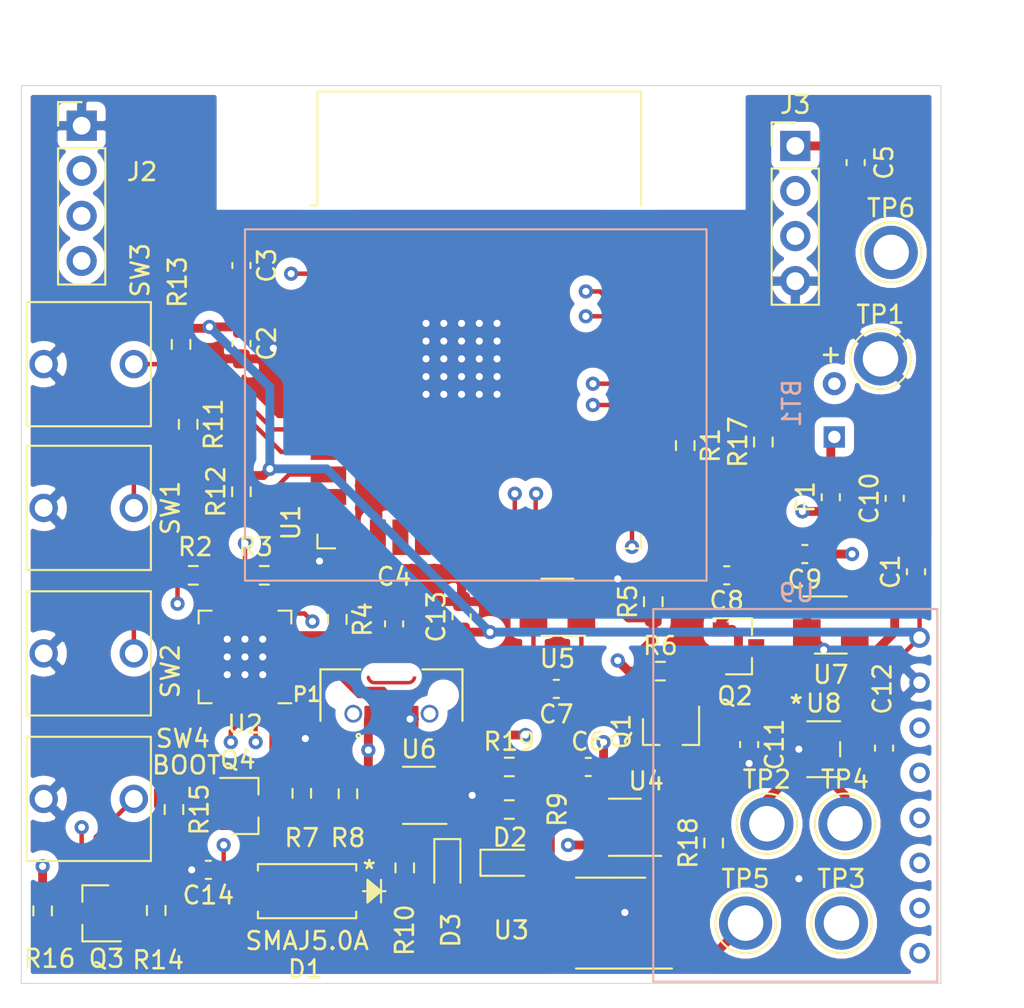
<source format=kicad_pcb>
(kicad_pcb (version 20171130) (host pcbnew "(5.1.10)-1")
  (layers (0 F.Cu signal) (1 In1.Cu signal) (2 In2.Cu signal) (31 B.Cu signal) (34 B.Paste user) (35 F.Paste user) (36 B.SilkS user) (37 F.SilkS user) (38 B.Mask user) (39 F.Mask user) (44 Edge.Cuts user))
  (net 0 "")
  (net 1 +BATT)
  (net 2 -BATT)
  (net 3 +3V3)
  (net 4 GND)
  (net 5 +1V8)
  (net 6 "Net-(C6-Pad1)")
  (net 7 "Net-(C7-Pad2)")
  (net 8 BATT_OUT)
  (net 9 IO_0)
  (net 10 /BMS/VBUS)
  (net 11 "Net-(D2-Pad2)")
  (net 12 "Net-(D3-Pad2)")
  (net 13 "Net-(D3-Pad1)")
  (net 14 /BMS/D-)
  (net 15 /BMS/D+)
  (net 16 HLTH_INT)
  (net 17 SDA)
  (net 18 SCL)
  (net 19 ACC_INT)
  (net 20 "Net-(Q1-Pad1)")
  (net 21 "Net-(Q1-Pad2)")
  (net 22 EN)
  (net 23 RTS)
  (net 24 "Net-(Q3-Pad1)")
  (net 25 "Net-(Q4-Pad1)")
  (net 26 DTR)
  (net 27 "Net-(R1-Pad1)")
  (net 28 "Net-(R2-Pad1)")
  (net 29 "Net-(R4-Pad1)")
  (net 30 "Net-(R7-Pad1)")
  (net 31 PB_2)
  (net 32 PB_3)
  (net 33 PB_1)
  (net 34 "Net-(R18-Pad2)")
  (net 35 TXD)
  (net 36 RXD)
  (net 37 "Net-(U3-Pad2)")
  (net 38 "Net-(U3-Pad4)")
  (net 39 "Net-(U3-Pad5)")
  (net 40 "Net-(BT1-Pad1)")
  (module TestPoint:TestPoint_Plated_Hole_D2.0mm (layer F.Cu) (at 135 75)
    (fp_text reference TP6 (at 0 -2.498) (layer F.SilkS))
    (fp_text value TestPoint)
    (pad 1 thru_hole circle (at 0 0) (size 3 3) (drill 2) (layers *.Cu *.Mask) (net 3 +3V3))
  )
  (module TestPoint:TestPoint_Plated_Hole_D2.0mm (layer F.Cu) (at 126.8 112.8)
    (fp_text reference TP5 (at 0 -2.498) (layer F.SilkS))
    (fp_text value TestPoint)
    (pad 1 thru_hole circle (at 0 0) (size 3 3) (drill 2) (layers *.Cu *.Mask) (net 2 -BATT))
  )
  (module TestPoint:TestPoint_Plated_Hole_D2.0mm (layer F.Cu) (at 132.4 107.2)
    (fp_text reference TP4 (at 0 -2.498) (layer F.SilkS))
    (fp_text value TestPoint)
    (pad 1 thru_hole circle (at 0 0) (size 3 3) (drill 2) (layers *.Cu *.Mask) (net 1 +BATT))
  )
  (module TestPoint:TestPoint_Plated_Hole_D2.0mm (layer F.Cu) (at 132.2 112.8)
    (fp_text reference TP3 (at 0 -2.498) (layer F.SilkS))
    (fp_text value TestPoint)
    (pad 1 thru_hole circle (at 0 0) (size 3 3) (drill 2) (layers *.Cu *.Mask) (net 5 +1V8))
  )
  (module TestPoint:TestPoint_Plated_Hole_D2.0mm (layer F.Cu) (at 128 107.2)
    (fp_text reference TP2 (at 0 -2.498) (layer F.SilkS))
    (fp_text value TestPoint)
    (pad 1 thru_hole circle (at 0 0) (size 3 3) (drill 2) (layers *.Cu *.Mask) (net 8 BATT_OUT))
  )
  (module TestPoint:TestPoint_Plated_Hole_D2.0mm (layer F.Cu) (at 134.4 81)
    (fp_text reference TP1 (at 0 -2.498) (layer F.SilkS))
    (fp_text value TestPoint)
    (pad 1 thru_hole circle (at 0 0) (size 3 3) (drill 2) (layers *.Cu *.Mask) (net 4 GND))
  )
  (module micro_usb:KYCON_KMMVX-SMT-BS-BTR (layer F.Cu) (at 106.85 99.95)
    (fp_text reference P1 (at -4.76606 -0.04007 180) (layer F.SilkS) (effects (font (size 0.801354 0.801354))))
    (fp_text value KMMVX-SMT-BS-BTR)
    (fp_line (start -0.95 -1.3) (end 0.95 -1.3) (layer Edge.Cuts) (width 0.01))
    (fp_line (start 0.95 -0.8) (end -0.95 -0.8) (layer Edge.Cuts) (width 0.01))
    (fp_arc (start -0.95 -1.05) (end -1.2 -1.05) (angle -90) (layer Edge.Cuts) (width 0.01))
    (fp_arc (start 0.95 -1.05) (end 0.95 -0.8) (angle -90) (layer Edge.Cuts) (width 0.01))
    (fp_arc (start 0.95 -1.05) (end 1.2 -1.05) (angle -90) (layer Edge.Cuts) (width 0.01))
    (fp_arc (start -0.95 -1.05) (end -0.95 -1.3) (angle -90) (layer Edge.Cuts) (width 0.01))
    (pad P3 smd custom (at -1.3 -1.05) (size 0.1 0.1) (layers F.Cu) (options (clearance outline) (anchor rect)) (primitives (gr_poly (pts (xy 2.5 0) (xy 2.7 0) (xy 2.699 0.024) (xy 2.698 0.047) (xy 2.694 0.07) (xy 2.69 0.094) (xy 2.685 0.116) (xy 2.678 0.139) (xy 2.67 0.161) (xy 2.661 0.183) (xy 2.651 0.204) (xy 2.64 0.225) (xy 2.627 0.245) (xy 2.614 0.265) (xy 2.6 0.283) (xy 2.584 0.301) (xy 2.568 0.318) (xy 2.551 0.334) (xy 2.533 0.35) (xy 2.515 0.364) (xy 2.495 0.377) (xy 2.475 0.39) (xy 2.454 0.401) (xy 2.433 0.411) (xy 2.411 0.42) (xy 2.389 0.428) (xy 2.366 0.435) (xy 2.344 0.44) (xy 2.32 0.444) (xy 2.297 0.448) (xy 2.274 0.449) (xy 2.25 0.45) (xy 0.35 0.45) (xy 0.326 0.449) (xy 0.303 0.448) (xy 0.28 0.444) (xy 0.256 0.44) (xy 0.234 0.435) (xy 0.211 0.428) (xy 0.189 0.42) (xy 0.167 0.411) (xy 0.146 0.401) (xy 0.125 0.39) (xy 0.105 0.377) (xy 0.085 0.364) (xy 0.067 0.35) (xy 0.049 0.334) (xy 0.032 0.318) (xy 0.016 0.301) (xy 0 0.283) (xy -0.014 0.265) (xy -0.027 0.245) (xy -0.04 0.225) (xy -0.051 0.204) (xy -0.061 0.183) (xy -0.07 0.161) (xy -0.078 0.139) (xy -0.085 0.116) (xy -0.09 0.094) (xy -0.094 0.07) (xy -0.098 0.047) (xy -0.099 0.024) (xy -0.1 0) (xy 0.1 0) (xy 0.1 0.013) (xy 0.101 0.026) (xy 0.103 0.039) (xy 0.105 0.052) (xy 0.109 0.065) (xy 0.112 0.077) (xy 0.117 0.09) (xy 0.122 0.102) (xy 0.127 0.113) (xy 0.133 0.125) (xy 0.14 0.136) (xy 0.148 0.147) (xy 0.156 0.157) (xy 0.164 0.167) (xy 0.173 0.177) (xy 0.183 0.186) (xy 0.193 0.194) (xy 0.203 0.202) (xy 0.214 0.21) (xy 0.225 0.217) (xy 0.237 0.223) (xy 0.248 0.228) (xy 0.26 0.233) (xy 0.273 0.238) (xy 0.285 0.241) (xy 0.298 0.245) (xy 0.311 0.247) (xy 0.324 0.249) (xy 0.337 0.25) (xy 0.35 0.25) (xy 2.25 0.25) (xy 2.263 0.25) (xy 2.276 0.249) (xy 2.289 0.247) (xy 2.302 0.245) (xy 2.315 0.241) (xy 2.327 0.238) (xy 2.34 0.233) (xy 2.352 0.228) (xy 2.363 0.223) (xy 2.375 0.217) (xy 2.386 0.21) (xy 2.397 0.202) (xy 2.407 0.194) (xy 2.417 0.186) (xy 2.427 0.177) (xy 2.436 0.167) (xy 2.444 0.157) (xy 2.452 0.147) (xy 2.46 0.136) (xy 2.467 0.125) (xy 2.473 0.113) (xy 2.478 0.102) (xy 2.483 0.09) (xy 2.488 0.077) (xy 2.491 0.065) (xy 2.495 0.052) (xy 2.497 0.039) (xy 2.499 0.026) (xy 2.5 0.013) (xy 2.5 0)) (width 0.001))))
    (pad "" np_thru_hole circle (at 0 -1.05) (size 0.49 0.49) (drill 0.49) (layers *.Cu *.Mask))
    (pad None np_thru_hole circle (at 2.925 0) (size 0.75 0.75) (drill 0.75) (layers *.Cu *.Mask))
    (pad None np_thru_hole circle (at -2.925 0) (size 0.6 0.6) (drill 0.6) (layers *.Cu *.Mask))
    (pad P2 thru_hole circle (at 2.15 1.05) (size 1 1) (drill 0.7) (layers *.Cu *.Mask))
    (pad P1 thru_hole circle (at -2.15 1.05) (size 1 1) (drill 0.7) (layers *.Cu *.Mask))
    (pad 5 smd roundrect (at 1.3 1.35) (size 0.45 1.5) (layers F.Cu F.Paste F.Mask) (roundrect_rratio 0.15) (net 4 GND))
    (pad 4 smd roundrect (at 0.65 1.35) (size 0.45 1.5) (layers F.Cu F.Paste F.Mask) (roundrect_rratio 0.15) (net 4 GND))
    (pad 3 smd roundrect (at 0 1.35) (size 0.45 1.5) (layers F.Cu F.Paste F.Mask) (roundrect_rratio 0.15) (net 14 /BMS/D-))
    (pad 2 smd roundrect (at -0.65 1.35) (size 0.45 1.5) (layers F.Cu F.Paste F.Mask) (roundrect_rratio 0.15) (net 15 /BMS/D+))
    (pad 1 smd roundrect (at -1.3 1.35) (size 0.45 1.5) (layers F.Cu F.Paste F.Mask) (roundrect_rratio 0.15) (net 10 /BMS/VBUS))
  )
  (module MPU6050:MPU6050 (layer B.Cu) (at 130.4 105.6 180)
    (fp_text reference U9 (at 0.722 11.412) (layer B.SilkS) (effects (justify mirror)))
    (fp_text value MPU6050)
    (pad 4 thru_hole circle (at -6.2 1.27 180) (size 1.15 1.15) (drill 0.7) (layers *.Cu *.Mask) (net 18 SCL))
    (pad 3 thru_hole circle (at -6.2 3.81 180) (size 1.15 1.15) (drill 0.7) (layers *.Cu *.Mask) (net 17 SDA))
    (pad 2 thru_hole circle (at -6.2 6.35 180) (size 1.15 1.15) (drill 0.7) (layers *.Cu *.Mask) (net 4 GND))
    (pad 1 thru_hole circle (at -6.2 8.89 180) (size 1.15 1.15) (drill 0.7) (layers *.Cu *.Mask) (net 3 +3V3))
    (pad 5 thru_hole circle (at -6.2 -1.27 180) (size 1.15 1.15) (drill 0.7) (layers *.Cu *.Mask))
    (pad 6 thru_hole circle (at -6.2 -3.81 180) (size 1.15 1.15) (drill 0.7) (layers *.Cu *.Mask))
    (pad 7 thru_hole circle (at -6.2 -6.35 180) (size 1.15 1.15) (drill 0.7) (layers *.Cu *.Mask))
    (pad 8 thru_hole circle (at -6.2 -8.89 180) (size 1.15 1.15) (drill 0.7) (layers *.Cu *.Mask) (net 19 ACC_INT))
  )
  (module Fuse:Fuse_0603_1608Metric_Pad1.05x0.95mm_HandSolder (layer F.Cu) (at 131.6 88.8 90)
    (fp_text reference F1 (at 0 -1.43 90) (layer F.SilkS))
    (fp_text value "300 mA")
    (pad 2 smd roundrect (at 0.875 0 90) (size 1.05 0.95) (layers F.Cu F.Paste F.Mask) (net 40 "Net-(BT1-Pad1)"))
    (pad 1 smd roundrect (at -0.875 0 90) (size 1.05 0.95) (layers F.Cu F.Paste F.Mask) (net 1 +BATT))
  )
  (module Connector_PinHeader_2.54mm:PinHeader_1x04_P2.54mm_Vertical (layer F.Cu) (at 129.6 69)
    (fp_text reference J3 (at 0 -2.33) (layer F.SilkS))
    (fp_text value HLTH_1)
    (pad 4 thru_hole oval (at 0 7.62) (size 1.7 1.7) (drill 1) (layers *.Cu *.Mask) (net 4 GND))
    (pad 3 thru_hole oval (at 0 5.08) (size 1.7 1.7) (drill 1) (layers *.Cu *.Mask) (net 18 SCL))
    (pad 2 thru_hole oval (at 0 2.54) (size 1.7 1.7) (drill 1) (layers *.Cu *.Mask) (net 17 SDA))
    (pad 1 thru_hole rect (at 0 0) (size 1.7 1.7) (drill 1) (layers *.Cu *.Mask) (net 5 +1V8))
  )
  (module Connector_PinHeader_2.54mm:PinHeader_1x04_P2.54mm_Vertical (layer F.Cu) (at 89.4 67.86)
    (fp_text reference J2 (at 3.4 2.6) (layer F.SilkS))
    (fp_text value HLTH_2)
    (pad 4 thru_hole oval (at 0 7.62) (size 1.7 1.7) (drill 1) (layers *.Cu *.Mask) (net 16 HLTH_INT))
    (pad 3 thru_hole oval (at 0 5.08) (size 1.7 1.7) (drill 1) (layers *.Cu *.Mask))
    (pad 2 thru_hole oval (at 0 2.54) (size 1.7 1.7) (drill 1) (layers *.Cu *.Mask))
    (pad 1 thru_hole rect (at 0 0) (size 1.7 1.7) (drill 1) (layers *.Cu *.Mask) (net 4 GND))
  )
  (module battery:battery (layer B.Cu) (at 131.8 83.9 90)
    (fp_text reference BT1 (at 0.4 -2.4 90) (layer B.SilkS) (effects (justify mirror)))
    (fp_text value 3.7V)
    (pad 2 thru_hole circle (at 1.5 0 90) (size 1.3 1.3) (drill 0.7) (layers *.Cu *.Mask) (net 2 -BATT))
    (pad 1 thru_hole rect (at -1.5 0 90) (size 1.2 1.2) (drill 0.7) (layers *.Cu *.Mask) (net 40 "Net-(BT1-Pad1)"))
  )
  (module Capacitor_SMD:C_0603_1608Metric_Pad1.08x0.95mm_HandSolder (layer F.Cu) (at 136.4 93 90)
    (fp_text reference C1 (at 0 -1.43 270) (layer F.SilkS))
    (fp_text value CP1_Small)
    (pad 1 smd roundrect (at -0.8625 0 90) (size 1.075 0.95) (layers F.Cu F.Paste F.Mask) (net 3 +3V3))
    (pad 2 smd roundrect (at 0.8625 0 90) (size 1.075 0.95) (layers F.Cu F.Paste F.Mask) (net 4 GND))
  )
  (module Capacitor_SMD:C_0603_1608Metric_Pad1.08x0.95mm_HandSolder (layer F.Cu) (at 98.4 80.1375 270)
    (fp_text reference C2 (at 0 -1.43 90) (layer F.SilkS))
    (fp_text value "10 uF")
    (pad 2 smd roundrect (at 0.8625 0 270) (size 1.075 0.95) (layers F.Cu F.Paste F.Mask) (net 4 GND))
    (pad 1 smd roundrect (at -0.8625 0 270) (size 1.075 0.95) (layers F.Cu F.Paste F.Mask) (net 3 +3V3))
  )
  (module Capacitor_SMD:C_0603_1608Metric_Pad1.08x0.95mm_HandSolder (layer F.Cu) (at 98.4 75.7375 270)
    (fp_text reference C3 (at 0 -1.43 90) (layer F.SilkS))
    (fp_text value "0.1 uF")
    (pad 1 smd roundrect (at -0.8625 0 270) (size 1.075 0.95) (layers F.Cu F.Paste F.Mask) (net 3 +3V3))
    (pad 2 smd roundrect (at 0.8625 0 270) (size 1.075 0.95) (layers F.Cu F.Paste F.Mask) (net 4 GND))
  )
  (module Capacitor_SMD:C_0603_1608Metric_Pad1.08x0.95mm_HandSolder (layer F.Cu) (at 107 95.9375 90)
    (fp_text reference C4 (at 2.6625 0 180) (layer F.SilkS))
    (fp_text value "4.7 uF")
    (pad 1 smd roundrect (at -0.8625 0 90) (size 1.075 0.95) (layers F.Cu F.Paste F.Mask) (net 3 +3V3))
    (pad 2 smd roundrect (at 0.8625 0 90) (size 1.075 0.95) (layers F.Cu F.Paste F.Mask) (net 4 GND))
  )
  (module Capacitor_SMD:C_0603_1608Metric_Pad1.08x0.95mm_HandSolder (layer F.Cu) (at 133 69.9375 270)
    (fp_text reference C5 (at 0 -1.6 90) (layer F.SilkS))
    (fp_text value "0.1 uF")
    (pad 2 smd roundrect (at 0.8625 0 270) (size 1.075 0.95) (layers F.Cu F.Paste F.Mask) (net 4 GND))
    (pad 1 smd roundrect (at -0.8625 0 270) (size 1.075 0.95) (layers F.Cu F.Paste F.Mask) (net 5 +1V8))
  )
  (module Capacitor_SMD:C_0603_1608Metric_Pad1.08x0.95mm_HandSolder (layer F.Cu) (at 117.9375 104)
    (fp_text reference C6 (at 0 -1.43) (layer F.SilkS))
    (fp_text value 0.1u)
    (pad 2 smd roundrect (at 0.8625 0) (size 1.075 0.95) (layers F.Cu F.Paste F.Mask) (net 2 -BATT))
    (pad 1 smd roundrect (at -0.8625 0) (size 1.075 0.95) (layers F.Cu F.Paste F.Mask) (net 6 "Net-(C6-Pad1)"))
  )
  (module Capacitor_SMD:C_0603_1608Metric_Pad1.08x0.95mm_HandSolder (layer F.Cu) (at 116.1375 99.6 180)
    (fp_text reference C7 (at 0 -1.43) (layer F.SilkS))
    (fp_text value "1.8 nF")
    (pad 1 smd roundrect (at -0.8625 0 180) (size 1.075 0.95) (layers F.Cu F.Paste F.Mask) (net 4 GND))
    (pad 2 smd roundrect (at 0.8625 0 180) (size 1.075 0.95) (layers F.Cu F.Paste F.Mask) (net 7 "Net-(C7-Pad2)"))
  )
  (module Capacitor_SMD:C_0603_1608Metric_Pad1.08x0.95mm_HandSolder (layer F.Cu) (at 125.7375 93.2 180)
    (fp_text reference C8 (at 0 -1.43) (layer F.SilkS))
    (fp_text value "1 uF")
    (pad 1 smd roundrect (at -0.8625 0 180) (size 1.075 0.95) (layers F.Cu F.Paste F.Mask) (net 8 BATT_OUT))
    (pad 2 smd roundrect (at 0.8625 0 180) (size 1.075 0.95) (layers F.Cu F.Paste F.Mask) (net 4 GND))
  )
  (module Capacitor_SMD:C_0603_1608Metric_Pad1.08x0.95mm_HandSolder (layer F.Cu) (at 130.1375 92 180)
    (fp_text reference C9 (at 0 -1.43) (layer F.SilkS))
    (fp_text value "1 uF")
    (pad 1 smd roundrect (at -0.8625 0 180) (size 1.075 0.95) (layers F.Cu F.Paste F.Mask) (net 5 +1V8))
    (pad 2 smd roundrect (at 0.8625 0 180) (size 1.075 0.95) (layers F.Cu F.Paste F.Mask) (net 4 GND))
  )
  (module Capacitor_SMD:C_0603_1608Metric_Pad1.08x0.95mm_HandSolder (layer F.Cu) (at 135.2 88.8625 90)
    (fp_text reference C10 (at 0 -1.43 90) (layer F.SilkS))
    (fp_text value "1.0 uF")
    (pad 2 smd roundrect (at 0.8625 0 90) (size 1.075 0.95) (layers F.Cu F.Paste F.Mask) (net 4 GND))
    (pad 1 smd roundrect (at -0.8625 0 90) (size 1.075 0.95) (layers F.Cu F.Paste F.Mask) (net 1 +BATT))
  )
  (module Capacitor_SMD:C_0603_1608Metric_Pad1.08x0.95mm_HandSolder (layer F.Cu) (at 127 102.7375 270)
    (fp_text reference C11 (at 0 -1.43 90) (layer F.SilkS))
    (fp_text value "1 uF")
    (pad 2 smd roundrect (at 0.8625 0 270) (size 1.075 0.95) (layers F.Cu F.Paste F.Mask) (net 4 GND))
    (pad 1 smd roundrect (at -0.8625 0 270) (size 1.075 0.95) (layers F.Cu F.Paste F.Mask) (net 8 BATT_OUT))
  )
  (module Capacitor_SMD:C_0603_1608Metric_Pad1.08x0.95mm_HandSolder (layer F.Cu) (at 134.6 102.9375 270)
    (fp_text reference C12 (at -3.3375 0.1 90) (layer F.SilkS))
    (fp_text value "1 uF")
    (pad 2 smd roundrect (at 0.8625 0 270) (size 1.075 0.95) (layers F.Cu F.Paste F.Mask) (net 4 GND))
    (pad 1 smd roundrect (at -0.8625 0 270) (size 1.075 0.95) (layers F.Cu F.Paste F.Mask) (net 3 +3V3))
  )
  (module Capacitor_SMD:C_0603_1608Metric_Pad1.08x0.95mm_HandSolder (layer F.Cu) (at 110.8 95.5375 90)
    (fp_text reference C13 (at 0 -1.43 90) (layer F.SilkS))
    (fp_text value "0.1 uF")
    (pad 2 smd roundrect (at 0.8625 0 90) (size 1.075 0.95) (layers F.Cu F.Paste F.Mask) (net 4 GND))
    (pad 1 smd roundrect (at -0.8625 0 90) (size 1.075 0.95) (layers F.Cu F.Paste F.Mask) (net 3 +3V3))
  )
  (module Capacitor_SMD:C_0603_1608Metric_Pad1.08x0.95mm_HandSolder (layer F.Cu) (at 96.5375 109.8 180)
    (fp_text reference C14 (at 0 -1.43) (layer F.SilkS))
    (fp_text value "0.1 uF")
    (pad 1 smd roundrect (at -0.8625 0 180) (size 1.075 0.95) (layers F.Cu F.Paste F.Mask) (net 9 IO_0))
    (pad 2 smd roundrect (at 0.8625 0 180) (size 1.075 0.95) (layers F.Cu F.Paste F.Mask) (net 4 GND))
  )
  (module TLV_DIODE:SMAJ5.0A (layer F.Cu) (at 102.0982 111 180)
    (fp_text reference D1 (at 0.0982 -4.4) (layer F.SilkS))
    (fp_text value SMAJ5.0A (at 0 -2.8) (layer F.SilkS))
    (fp_text user * (at -3.5018 1.2) (layer F.SilkS))
    (pad 1 smd rect (at -1.7018 0 270) (size 1.651 2.1844) (layers F.Cu F.Paste F.Mask) (net 10 /BMS/VBUS))
    (pad 2 smd rect (at 1.7018 0 270) (size 1.651 2.1844) (layers F.Cu F.Paste F.Mask) (net 4 GND))
  )
  (module LED_SMD:LED_0603_1608Metric_Pad1.05x0.95mm_HandSolder (layer F.Cu) (at 113.525 109.4)
    (fp_text reference D2 (at 0 -1.43) (layer F.SilkS))
    (fp_text value GREEN_LED)
    (pad 1 smd roundrect (at -0.875 0) (size 1.05 0.95) (layers F.Cu F.Paste F.Mask) (net 4 GND))
    (pad 2 smd roundrect (at 0.875 0) (size 1.05 0.95) (layers F.Cu F.Paste F.Mask) (net 11 "Net-(D2-Pad2)"))
  )
  (module LED_SMD:LED_0603_1608Metric_Pad1.05x0.95mm_HandSolder (layer F.Cu) (at 110 109.725 270)
    (fp_text reference D3 (at 3.475 -0.2 90) (layer F.SilkS))
    (fp_text value BLUE_LED)
    (pad 2 smd roundrect (at 0.875 0 270) (size 1.05 0.95) (layers F.Cu F.Paste F.Mask) (net 12 "Net-(D3-Pad2)"))
    (pad 1 smd roundrect (at -0.875 0 270) (size 1.05 0.95) (layers F.Cu F.Paste F.Mask) (net 13 "Net-(D3-Pad1)"))
  )
  (module Package_TO_SOT_SMD:SOT-23 (layer F.Cu) (at 122.6 102 270)
    (fp_text reference Q1 (at 0 2.8 90) (layer F.SilkS))
    (fp_text value Q_NMOS_DGS)
    (pad 3 smd rect (at 1 0 270) (size 0.9 0.8) (layers F.Cu F.Paste F.Mask) (net 4 GND))
    (pad 2 smd rect (at -1 0.95 270) (size 0.9 0.8) (layers F.Cu F.Paste F.Mask) (net 21 "Net-(Q1-Pad2)"))
    (pad 1 smd rect (at -1 -0.95 270) (size 0.9 0.8) (layers F.Cu F.Paste F.Mask) (net 20 "Net-(Q1-Pad1)"))
  )
  (module Package_TO_SOT_SMD:SOT-23 (layer F.Cu) (at 126.4 97.2)
    (fp_text reference Q2 (at -0.2 2.8) (layer F.SilkS))
    (fp_text value Q_PMOS_DGS)
    (pad 1 smd rect (at -1 -0.95) (size 0.9 0.8) (layers F.Cu F.Paste F.Mask) (net 8 BATT_OUT))
    (pad 2 smd rect (at -1 0.95) (size 0.9 0.8) (layers F.Cu F.Paste F.Mask) (net 20 "Net-(Q1-Pad1)"))
    (pad 3 smd rect (at 1 0) (size 0.9 0.8) (layers F.Cu F.Paste F.Mask) (net 1 +BATT))
  )
  (module Package_TO_SOT_SMD:SOT-23 (layer F.Cu) (at 90.2 112.25 180)
    (fp_text reference Q3 (at -0.6 -2.55) (layer F.SilkS))
    (fp_text value Q_NPN_BEC)
    (pad 1 smd rect (at -1 -0.95 180) (size 0.9 0.8) (layers F.Cu F.Paste F.Mask) (net 24 "Net-(Q3-Pad1)"))
    (pad 2 smd rect (at -1 0.95 180) (size 0.9 0.8) (layers F.Cu F.Paste F.Mask) (net 23 RTS))
    (pad 3 smd rect (at 1 0 180) (size 0.9 0.8) (layers F.Cu F.Paste F.Mask) (net 22 EN))
  )
  (module Package_TO_SOT_SMD:SOT-23 (layer F.Cu) (at 98.6 106.2)
    (fp_text reference Q4 (at -0.4 -2.6) (layer F.SilkS))
    (fp_text value Q_NPN_BEC)
    (pad 3 smd rect (at 1 0) (size 0.9 0.8) (layers F.Cu F.Paste F.Mask) (net 9 IO_0))
    (pad 2 smd rect (at -1 0.95) (size 0.9 0.8) (layers F.Cu F.Paste F.Mask) (net 26 DTR))
    (pad 1 smd rect (at -1 -0.95) (size 0.9 0.8) (layers F.Cu F.Paste F.Mask) (net 25 "Net-(Q4-Pad1)"))
  )
  (module Resistor_SMD:R_0603_1608Metric_Pad0.98x0.95mm_HandSolder (layer F.Cu) (at 123.4 85.8875 270)
    (fp_text reference R1 (at 0 -1.43 90) (layer F.SilkS))
    (fp_text value 20k)
    (pad 1 smd roundrect (at -0.9125 0 270) (size 0.975 0.95) (layers F.Cu F.Paste F.Mask) (net 27 "Net-(R1-Pad1)"))
    (pad 2 smd roundrect (at 0.9125 0 270) (size 0.975 0.95) (layers F.Cu F.Paste F.Mask) (net 4 GND))
  )
  (module Resistor_SMD:R_0603_1608Metric_Pad0.98x0.95mm_HandSolder (layer F.Cu) (at 95.6875 93.2 180)
    (fp_text reference R2 (at -0.1125 1.6) (layer F.SilkS))
    (fp_text value 24k)
    (pad 1 smd roundrect (at -0.9125 0 180) (size 0.975 0.95) (layers F.Cu F.Paste F.Mask) (net 28 "Net-(R2-Pad1)"))
    (pad 2 smd roundrect (at 0.9125 0 180) (size 0.975 0.95) (layers F.Cu F.Paste F.Mask) (net 10 /BMS/VBUS))
  )
  (module Resistor_SMD:R_0603_1608Metric_Pad0.98x0.95mm_HandSolder (layer F.Cu) (at 99.6875 93.2 180)
    (fp_text reference R3 (at 0.4875 1.6) (layer F.SilkS))
    (fp_text value 47k)
    (pad 2 smd roundrect (at 0.9125 0 180) (size 0.975 0.95) (layers F.Cu F.Paste F.Mask) (net 28 "Net-(R2-Pad1)"))
    (pad 1 smd roundrect (at -0.9125 0 180) (size 0.975 0.95) (layers F.Cu F.Paste F.Mask) (net 4 GND))
  )
  (module Resistor_SMD:R_0603_1608Metric_Pad0.98x0.95mm_HandSolder (layer F.Cu) (at 103.8 95.6875 270)
    (fp_text reference R4 (at 0 -1.43 90) (layer F.SilkS))
    (fp_text value 2k)
    (pad 2 smd roundrect (at 0.9125 0 270) (size 0.975 0.95) (layers F.Cu F.Paste F.Mask) (net 3 +3V3))
    (pad 1 smd roundrect (at -0.9125 0 270) (size 0.975 0.95) (layers F.Cu F.Paste F.Mask) (net 29 "Net-(R4-Pad1)"))
  )
  (module Resistor_SMD:R_0603_1608Metric_Pad0.98x0.95mm_HandSolder (layer F.Cu) (at 121.6 94.6875 90)
    (fp_text reference R5 (at 0 -1.43 90) (layer F.SilkS))
    (fp_text value 5M)
    (pad 1 smd roundrect (at -0.9125 0 90) (size 0.975 0.95) (layers F.Cu F.Paste F.Mask) (net 1 +BATT))
    (pad 2 smd roundrect (at 0.9125 0 90) (size 0.975 0.95) (layers F.Cu F.Paste F.Mask) (net 4 GND))
  )
  (module Resistor_SMD:R_0603_1608Metric_Pad0.98x0.95mm_HandSolder (layer F.Cu) (at 122 98.6)
    (fp_text reference R6 (at 0 -1.43) (layer F.SilkS))
    (fp_text value 100K)
    (pad 2 smd roundrect (at 0.9125 0) (size 0.975 0.95) (layers F.Cu F.Paste F.Mask) (net 20 "Net-(Q1-Pad1)"))
    (pad 1 smd roundrect (at -0.9125 0) (size 0.975 0.95) (layers F.Cu F.Paste F.Mask) (net 1 +BATT))
  )
  (module Resistor_SMD:R_0603_1608Metric_Pad0.98x0.95mm_HandSolder (layer F.Cu) (at 101.8 105.4875 90)
    (fp_text reference R7 (at -2.5125 0 180) (layer F.SilkS))
    (fp_text value 20K)
    (pad 1 smd roundrect (at -0.9125 0 90) (size 0.975 0.95) (layers F.Cu F.Paste F.Mask) (net 30 "Net-(R7-Pad1)"))
    (pad 2 smd roundrect (at 0.9125 0 90) (size 0.975 0.95) (layers F.Cu F.Paste F.Mask) (net 4 GND))
  )
  (module Resistor_SMD:R_0603_1608Metric_Pad0.98x0.95mm_HandSolder (layer F.Cu) (at 104.4 105.5125 90)
    (fp_text reference R8 (at -2.4875 0 180) (layer F.SilkS))
    (fp_text value 10K)
    (pad 1 smd roundrect (at -0.9125 0 90) (size 0.975 0.95) (layers F.Cu F.Paste F.Mask) (net 30 "Net-(R7-Pad1)"))
    (pad 2 smd roundrect (at 0.9125 0 90) (size 0.975 0.95) (layers F.Cu F.Paste F.Mask) (net 4 GND))
  )
  (module Resistor_SMD:R_0603_1608Metric_Pad0.98x0.95mm_HandSolder (layer F.Cu) (at 113.4875 106.4)
    (fp_text reference R9 (at 2.7125 0 270) (layer F.SilkS))
    (fp_text value 1K)
    (pad 1 smd roundrect (at -0.9125 0) (size 0.975 0.95) (layers F.Cu F.Paste F.Mask) (net 13 "Net-(D3-Pad1)"))
    (pad 2 smd roundrect (at 0.9125 0) (size 0.975 0.95) (layers F.Cu F.Paste F.Mask) (net 11 "Net-(D2-Pad2)"))
  )
  (module Resistor_SMD:R_0603_1608Metric_Pad0.98x0.95mm_HandSolder (layer F.Cu) (at 107.6 109.6875 270)
    (fp_text reference R10 (at 3.5125 0 90) (layer F.SilkS))
    (fp_text value 1K)
    (pad 2 smd roundrect (at 0.9125 0 270) (size 0.975 0.95) (layers F.Cu F.Paste F.Mask) (net 12 "Net-(D3-Pad2)"))
    (pad 1 smd roundrect (at -0.9125 0 270) (size 0.975 0.95) (layers F.Cu F.Paste F.Mask) (net 10 /BMS/VBUS))
  )
  (module Resistor_SMD:R_0603_1608Metric_Pad0.98x0.95mm_HandSolder (layer F.Cu) (at 95.4 84.6875 270)
    (fp_text reference R11 (at 0 -1.43 90) (layer F.SilkS))
    (fp_text value 1K)
    (pad 2 smd roundrect (at 0.9125 0 270) (size 0.975 0.95) (layers F.Cu F.Paste F.Mask) (net 3 +3V3))
    (pad 1 smd roundrect (at -0.9125 0 270) (size 0.975 0.95) (layers F.Cu F.Paste F.Mask) (net 31 PB_2))
  )
  (module Resistor_SMD:R_0603_1608Metric_Pad0.98x0.95mm_HandSolder (layer F.Cu) (at 98.4 88.4875 90)
    (fp_text reference R12 (at 0 -1.43 90) (layer F.SilkS))
    (fp_text value 1K)
    (pad 2 smd roundrect (at 0.9125 0 90) (size 0.975 0.95) (layers F.Cu F.Paste F.Mask) (net 3 +3V3))
    (pad 1 smd roundrect (at -0.9125 0 90) (size 0.975 0.95) (layers F.Cu F.Paste F.Mask) (net 32 PB_3))
  )
  (module Resistor_SMD:R_0603_1608Metric_Pad0.98x0.95mm_HandSolder (layer F.Cu) (at 95 80.1875 90)
    (fp_text reference R13 (at 3.5125 -0.2 90) (layer F.SilkS))
    (fp_text value 1K)
    (pad 1 smd roundrect (at -0.9125 0 90) (size 0.975 0.95) (layers F.Cu F.Paste F.Mask) (net 33 PB_1))
    (pad 2 smd roundrect (at 0.9125 0 90) (size 0.975 0.95) (layers F.Cu F.Paste F.Mask) (net 3 +3V3))
  )
  (module Resistor_SMD:R_0603_1608Metric_Pad0.98x0.95mm_HandSolder (layer F.Cu) (at 93.6 112.0875 90)
    (fp_text reference R14 (at -2.8 0.1125 180) (layer F.SilkS))
    (fp_text value 10K)
    (pad 1 smd roundrect (at -0.9125 0 90) (size 0.975 0.95) (layers F.Cu F.Paste F.Mask) (net 24 "Net-(Q3-Pad1)"))
    (pad 2 smd roundrect (at 0.9125 0 90) (size 0.975 0.95) (layers F.Cu F.Paste F.Mask) (net 26 DTR))
  )
  (module Resistor_SMD:R_0603_1608Metric_Pad0.98x0.95mm_HandSolder (layer F.Cu) (at 94.6 106.4 270)
    (fp_text reference R15 (at 0 -1.43 90) (layer F.SilkS))
    (fp_text value 10K)
    (pad 2 smd roundrect (at 0.9125 0 270) (size 0.975 0.95) (layers F.Cu F.Paste F.Mask) (net 23 RTS))
    (pad 1 smd roundrect (at -0.9125 0 270) (size 0.975 0.95) (layers F.Cu F.Paste F.Mask) (net 25 "Net-(Q4-Pad1)"))
  )
  (module Resistor_SMD:R_0603_1608Metric_Pad0.98x0.95mm_HandSolder (layer F.Cu) (at 87.2 112.1125 270)
    (fp_text reference R16 (at 2.6875 -0.4 180) (layer F.SilkS))
    (fp_text value 10K)
    (pad 1 smd roundrect (at -0.9125 0 270) (size 0.975 0.95) (layers F.Cu F.Paste F.Mask) (net 3 +3V3))
    (pad 2 smd roundrect (at 0.9125 0 270) (size 0.975 0.95) (layers F.Cu F.Paste F.Mask) (net 22 EN))
  )
  (module Resistor_SMD:R_0603_1608Metric_Pad0.98x0.95mm_HandSolder (layer F.Cu) (at 127.8 85.6875 90)
    (fp_text reference R17 (at 0 -1.43 90) (layer F.SilkS))
    (fp_text value 15k)
    (pad 2 smd roundrect (at 0.9125 0 90) (size 0.975 0.95) (layers F.Cu F.Paste F.Mask) (net 27 "Net-(R1-Pad1)"))
    (pad 1 smd roundrect (at -0.9125 0 90) (size 0.975 0.95) (layers F.Cu F.Paste F.Mask) (net 8 BATT_OUT))
  )
  (module Resistor_SMD:R_0603_1608Metric_Pad0.98x0.95mm_HandSolder (layer F.Cu) (at 125 108.2875 90)
    (fp_text reference R18 (at 0 -1.43 90) (layer F.SilkS))
    (fp_text value 1k)
    (pad 2 smd roundrect (at 0.9125 0 90) (size 0.975 0.95) (layers F.Cu F.Paste F.Mask) (net 34 "Net-(R18-Pad2)"))
    (pad 1 smd roundrect (at -0.9125 0 90) (size 0.975 0.95) (layers F.Cu F.Paste F.Mask) (net 4 GND))
  )
  (module Resistor_SMD:R_0603_1608Metric_Pad0.98x0.95mm_HandSolder (layer F.Cu) (at 113.4875 104)
    (fp_text reference R19 (at 0 -1.43) (layer F.SilkS))
    (fp_text value 100)
    (pad 1 smd roundrect (at -0.9125 0) (size 0.975 0.95) (layers F.Cu F.Paste F.Mask) (net 1 +BATT))
    (pad 2 smd roundrect (at 0.9125 0) (size 0.975 0.95) (layers F.Cu F.Paste F.Mask) (net 6 "Net-(C6-Pad1)"))
  )
  (module button:button (layer F.Cu) (at 89.8 89.4)
    (fp_text reference SW1 (at 4.6 0 90) (layer F.SilkS))
    (fp_text value SW_SPST)
    (pad 1 thru_hole circle (at -2.54 0) (size 1.6 1.6) (drill 1) (layers *.Cu *.Mask) (net 4 GND))
    (pad 2 thru_hole circle (at 2.54 0) (size 1.6 1.6) (drill 1) (layers *.Cu *.Mask) (net 31 PB_2))
  )
  (module button:button (layer F.Cu) (at 89.8 97.6)
    (fp_text reference SW2 (at 4.6 1 90) (layer F.SilkS))
    (fp_text value SW_SPST)
    (pad 2 thru_hole circle (at 2.54 0) (size 1.6 1.6) (drill 1) (layers *.Cu *.Mask) (net 32 PB_3))
    (pad 1 thru_hole circle (at -2.54 0) (size 1.6 1.6) (drill 1) (layers *.Cu *.Mask) (net 4 GND))
  )
  (module button:button (layer F.Cu) (at 89.8 81.3)
    (fp_text reference SW3 (at 2.9 -5.3 270) (layer F.SilkS))
    (fp_text value SW_SPST)
    (pad 1 thru_hole circle (at -2.54 0) (size 1.6 1.6) (drill 1) (layers *.Cu *.Mask) (net 4 GND))
    (pad 2 thru_hole circle (at 2.54 0) (size 1.6 1.6) (drill 1) (layers *.Cu *.Mask) (net 33 PB_1))
  )
  (module button:button (layer F.Cu) (at 89.8 105.8)
    (fp_text reference SW4 (at 5.3 -3.4) (layer F.SilkS))
    (fp_text value SW_SPST)
    (pad 2 thru_hole circle (at 2.54 0) (size 1.6 1.6) (drill 1) (layers *.Cu *.Mask) (net 9 IO_0))
    (pad 1 thru_hole circle (at -2.54 0) (size 1.6 1.6) (drill 1) (layers *.Cu *.Mask) (net 4 GND))
  )
  (module RF_Module:ESP32-WROOM-32 (layer F.Cu) (at 111.8 81.8)
    (fp_text reference U1 (at -10.61 8.43 90) (layer F.SilkS))
    (fp_text value ESP32-WROOM-32)
    (pad 39 smd rect (at -1 -0.755) (size 5 5) (layers F.Cu F.Paste F.Mask) (net 4 GND))
    (pad 1 smd rect (at -8.5 -8.255) (size 2 0.9) (layers F.Cu F.Paste F.Mask) (net 4 GND))
    (pad 2 smd rect (at -8.5 -6.985) (size 2 0.9) (layers F.Cu F.Paste F.Mask) (net 3 +3V3))
    (pad 3 smd rect (at -8.5 -5.715) (size 2 0.9) (layers F.Cu F.Paste F.Mask) (net 22 EN))
    (pad 4 smd rect (at -8.5 -4.445) (size 2 0.9) (layers F.Cu F.Paste F.Mask))
    (pad 5 smd rect (at -8.5 -3.175) (size 2 0.9) (layers F.Cu F.Paste F.Mask))
    (pad 6 smd rect (at -8.5 -1.905) (size 2 0.9) (layers F.Cu F.Paste F.Mask))
    (pad 7 smd rect (at -8.5 -0.635) (size 2 0.9) (layers F.Cu F.Paste F.Mask))
    (pad 8 smd rect (at -8.5 0.635) (size 2 0.9) (layers F.Cu F.Paste F.Mask))
    (pad 9 smd rect (at -8.5 1.905) (size 2 0.9) (layers F.Cu F.Paste F.Mask))
    (pad 10 smd rect (at -8.5 3.175) (size 2 0.9) (layers F.Cu F.Paste F.Mask) (net 33 PB_1))
    (pad 11 smd rect (at -8.5 4.445) (size 2 0.9) (layers F.Cu F.Paste F.Mask) (net 31 PB_2))
    (pad 12 smd rect (at -8.5 5.715) (size 2 0.9) (layers F.Cu F.Paste F.Mask) (net 32 PB_3))
    (pad 13 smd rect (at -8.5 6.985) (size 2 0.9) (layers F.Cu F.Paste F.Mask))
    (pad 14 smd rect (at -8.5 8.255) (size 2 0.9) (layers F.Cu F.Paste F.Mask))
    (pad 15 smd rect (at -5.715 9.255 90) (size 2 0.9) (layers F.Cu F.Paste F.Mask) (net 4 GND))
    (pad 16 smd rect (at -4.445 9.255 90) (size 2 0.9) (layers F.Cu F.Paste F.Mask))
    (pad 17 smd rect (at -3.175 9.255 90) (size 2 0.9) (layers F.Cu F.Paste F.Mask))
    (pad 18 smd rect (at -1.905 9.255 90) (size 2 0.9) (layers F.Cu F.Paste F.Mask))
    (pad 19 smd rect (at -0.635 9.255 90) (size 2 0.9) (layers F.Cu F.Paste F.Mask))
    (pad 20 smd rect (at 0.635 9.255 90) (size 2 0.9) (layers F.Cu F.Paste F.Mask))
    (pad 21 smd rect (at 1.905 9.255 90) (size 2 0.9) (layers F.Cu F.Paste F.Mask) (net 17 SDA))
    (pad 22 smd rect (at 3.175 9.255 90) (size 2 0.9) (layers F.Cu F.Paste F.Mask) (net 18 SCL))
    (pad 23 smd rect (at 4.445 9.255 90) (size 2 0.9) (layers F.Cu F.Paste F.Mask))
    (pad 24 smd rect (at 5.715 9.255 90) (size 2 0.9) (layers F.Cu F.Paste F.Mask))
    (pad 25 smd rect (at 8.5 8.255) (size 2 0.9) (layers F.Cu F.Paste F.Mask) (net 9 IO_0))
    (pad 26 smd rect (at 8.5 6.985) (size 2 0.9) (layers F.Cu F.Paste F.Mask))
    (pad 27 smd rect (at 8.5 5.715) (size 2 0.9) (layers F.Cu F.Paste F.Mask))
    (pad 28 smd rect (at 8.5 4.445) (size 2 0.9) (layers F.Cu F.Paste F.Mask))
    (pad 29 smd rect (at 8.5 3.175) (size 2 0.9) (layers F.Cu F.Paste F.Mask) (net 27 "Net-(R1-Pad1)"))
    (pad 30 smd rect (at 8.5 1.905) (size 2 0.9) (layers F.Cu F.Paste F.Mask) (net 19 ACC_INT))
    (pad 31 smd rect (at 8.5 0.635) (size 2 0.9) (layers F.Cu F.Paste F.Mask) (net 16 HLTH_INT))
    (pad 32 smd rect (at 8.5 -0.635) (size 2 0.9) (layers F.Cu F.Paste F.Mask))
    (pad 33 smd rect (at 8.5 -1.905) (size 2 0.9) (layers F.Cu F.Paste F.Mask))
    (pad 34 smd rect (at 8.5 -3.175) (size 2 0.9) (layers F.Cu F.Paste F.Mask) (net 35 TXD))
    (pad 35 smd rect (at 8.5 -4.445) (size 2 0.9) (layers F.Cu F.Paste F.Mask) (net 36 RXD))
    (pad 36 smd rect (at 8.5 -5.715) (size 2 0.9) (layers F.Cu F.Paste F.Mask))
    (pad 37 smd rect (at 8.5 -6.985) (size 2 0.9) (layers F.Cu F.Paste F.Mask))
    (pad 38 smd rect (at 8.5 -8.255) (size 2 0.9) (layers F.Cu F.Paste F.Mask) (net 4 GND))
  )
  (module Package_DFN_QFN:QFN-28-1EP_5x5mm_P0.5mm_EP3.35x3.35mm (layer F.Cu) (at 98.6 97.8 180)
    (fp_text reference U2 (at 0 -3.8) (layer F.SilkS))
    (fp_text value CP2102N-A01-GQFN28)
    (pad 1 smd roundrect (at -2.45 -1.5 180) (size 0.8 0.25) (layers F.Cu F.Paste F.Mask))
    (pad 2 smd roundrect (at -2.45 -1 180) (size 0.8 0.25) (layers F.Cu F.Paste F.Mask))
    (pad 3 smd roundrect (at -2.45 -0.5 180) (size 0.8 0.25) (layers F.Cu F.Paste F.Mask) (net 4 GND))
    (pad 4 smd roundrect (at -2.45 0 180) (size 0.8 0.25) (layers F.Cu F.Paste F.Mask) (net 15 /BMS/D+))
    (pad 5 smd roundrect (at -2.45 0.5 180) (size 0.8 0.25) (layers F.Cu F.Paste F.Mask) (net 14 /BMS/D-))
    (pad 6 smd roundrect (at -2.45 1 180) (size 0.8 0.25) (layers F.Cu F.Paste F.Mask) (net 3 +3V3))
    (pad 7 smd roundrect (at -2.45 1.5 180) (size 0.8 0.25) (layers F.Cu F.Paste F.Mask) (net 3 +3V3))
    (pad 8 smd roundrect (at -1.5 2.45 180) (size 0.25 0.8) (layers F.Cu F.Paste F.Mask) (net 28 "Net-(R2-Pad1)"))
    (pad 9 smd roundrect (at -1 2.45 180) (size 0.25 0.8) (layers F.Cu F.Paste F.Mask) (net 29 "Net-(R4-Pad1)"))
    (pad 10 smd roundrect (at -0.5 2.45 180) (size 0.25 0.8) (layers F.Cu F.Paste F.Mask))
    (pad 11 smd roundrect (at 0 2.45 180) (size 0.25 0.8) (layers F.Cu F.Paste F.Mask))
    (pad 12 smd roundrect (at 0.5 2.45 180) (size 0.25 0.8) (layers F.Cu F.Paste F.Mask))
    (pad 13 smd roundrect (at 1 2.45 180) (size 0.25 0.8) (layers F.Cu F.Paste F.Mask))
    (pad 14 smd roundrect (at 1.5 2.45 180) (size 0.25 0.8) (layers F.Cu F.Paste F.Mask))
    (pad 15 smd roundrect (at 2.45 1.5 180) (size 0.8 0.25) (layers F.Cu F.Paste F.Mask))
    (pad 16 smd roundrect (at 2.45 1 180) (size 0.8 0.25) (layers F.Cu F.Paste F.Mask))
    (pad 17 smd roundrect (at 2.45 0.5 180) (size 0.8 0.25) (layers F.Cu F.Paste F.Mask))
    (pad 18 smd roundrect (at 2.45 0 180) (size 0.8 0.25) (layers F.Cu F.Paste F.Mask))
    (pad 19 smd roundrect (at 2.45 -0.5 180) (size 0.8 0.25) (layers F.Cu F.Paste F.Mask))
    (pad 20 smd roundrect (at 2.45 -1 180) (size 0.8 0.25) (layers F.Cu F.Paste F.Mask))
    (pad 21 smd roundrect (at 2.45 -1.5 180) (size 0.8 0.25) (layers F.Cu F.Paste F.Mask))
    (pad 22 smd roundrect (at 1.5 -2.45 180) (size 0.25 0.8) (layers F.Cu F.Paste F.Mask))
    (pad 23 smd roundrect (at 1 -2.45 180) (size 0.25 0.8) (layers F.Cu F.Paste F.Mask))
    (pad 24 smd roundrect (at 0.5 -2.45 180) (size 0.25 0.8) (layers F.Cu F.Paste F.Mask) (net 23 RTS))
    (pad 25 smd roundrect (at 0 -2.45 180) (size 0.25 0.8) (layers F.Cu F.Paste F.Mask) (net 36 RXD))
    (pad 26 smd roundrect (at -0.5 -2.45 180) (size 0.25 0.8) (layers F.Cu F.Paste F.Mask) (net 35 TXD))
    (pad 27 smd roundrect (at -1 -2.45 180) (size 0.25 0.8) (layers F.Cu F.Paste F.Mask))
    (pad 28 smd roundrect (at -1.5 -2.45 180) (size 0.25 0.8) (layers F.Cu F.Paste F.Mask) (net 26 DTR))
    (pad 29 smd rect (at 0 0 180) (size 3.35 3.35) (layers F.Cu F.Mask) (net 4 GND))
  )
  (module Package_SO:SOP-8_3.9x4.9mm_P1.27mm (layer F.Cu) (at 119.2 112.8 180)
    (fp_text reference U3 (at 5.6 -0.4) (layer F.SilkS))
    (fp_text value DMG9926USD)
    (pad 1 smd roundrect (at -2.625 -1.905 180) (size 1.65 0.6) (layers F.Cu F.Paste F.Mask) (net 2 -BATT))
    (pad 2 smd roundrect (at -2.625 -0.635 180) (size 1.65 0.6) (layers F.Cu F.Paste F.Mask) (net 37 "Net-(U3-Pad2)"))
    (pad 3 smd roundrect (at -2.625 0.635 180) (size 1.65 0.6) (layers F.Cu F.Paste F.Mask) (net 4 GND))
    (pad 4 smd roundrect (at -2.625 1.905 180) (size 1.65 0.6) (layers F.Cu F.Paste F.Mask) (net 38 "Net-(U3-Pad4)"))
    (pad 5 smd roundrect (at 2.625 1.905 180) (size 1.65 0.6) (layers F.Cu F.Paste F.Mask) (net 39 "Net-(U3-Pad5)"))
    (pad 6 smd roundrect (at 2.625 0.635 180) (size 1.65 0.6) (layers F.Cu F.Paste F.Mask) (net 39 "Net-(U3-Pad5)"))
    (pad 7 smd roundrect (at 2.625 -0.635 180) (size 1.65 0.6) (layers F.Cu F.Paste F.Mask) (net 39 "Net-(U3-Pad5)"))
    (pad 8 smd roundrect (at 2.625 -1.905 180) (size 1.65 0.6) (layers F.Cu F.Paste F.Mask) (net 39 "Net-(U3-Pad5)"))
  )
  (module Package_TO_SOT_SMD:SOT-23-6_Handsoldering (layer F.Cu) (at 120 107.4 180)
    (fp_text reference U4 (at -1.2 2.6) (layer F.SilkS))
    (fp_text value DW01)
    (pad 1 smd rect (at -1.35 -0.95 180) (size 1.56 0.65) (layers F.Cu F.Paste F.Mask) (net 37 "Net-(U3-Pad2)"))
    (pad 2 smd rect (at -1.35 0 180) (size 1.56 0.65) (layers F.Cu F.Paste F.Mask) (net 34 "Net-(R18-Pad2)"))
    (pad 3 smd rect (at -1.35 0.95 180) (size 1.56 0.65) (layers F.Cu F.Paste F.Mask) (net 38 "Net-(U3-Pad4)"))
    (pad 4 smd rect (at 1.35 0.95 180) (size 1.56 0.65) (layers F.Cu F.Paste F.Mask))
    (pad 6 smd rect (at 1.35 -0.95 180) (size 1.56 0.65) (layers F.Cu F.Paste F.Mask) (net 2 -BATT))
    (pad 5 smd rect (at 1.35 0 180) (size 1.56 0.65) (layers F.Cu F.Paste F.Mask) (net 6 "Net-(C6-Pad1)"))
  )
  (module Package_TO_SOT_SMD:SOT-23-5_HandSoldering (layer F.Cu) (at 116.2 95 180)
    (fp_text reference U5 (at 0 -2.9) (layer F.SilkS))
    (fp_text value S-1009N341-M5T1U)
    (pad 5 smd rect (at 1.35 -0.95 180) (size 1.56 0.65) (layers F.Cu F.Paste F.Mask) (net 7 "Net-(C7-Pad2)"))
    (pad 4 smd rect (at 1.35 0.95 180) (size 1.56 0.65) (layers F.Cu F.Paste F.Mask))
    (pad 3 smd rect (at -1.35 0.95 180) (size 1.56 0.65) (layers F.Cu F.Paste F.Mask) (net 4 GND))
    (pad 2 smd rect (at -1.35 0 180) (size 1.56 0.65) (layers F.Cu F.Paste F.Mask) (net 1 +BATT))
    (pad 1 smd rect (at -1.35 -0.95 180) (size 1.56 0.65) (layers F.Cu F.Paste F.Mask) (net 21 "Net-(Q1-Pad2)"))
  )
  (module Package_TO_SOT_SMD:SOT-23-5_HandSoldering (layer F.Cu) (at 108.4 105.6 180)
    (fp_text reference U6 (at 0 2.6) (layer F.SilkS))
    (fp_text value MCP73831-2-OT)
    (pad 1 smd rect (at -1.35 -0.95 180) (size 1.56 0.65) (layers F.Cu F.Paste F.Mask) (net 13 "Net-(D3-Pad1)"))
    (pad 2 smd rect (at -1.35 0 180) (size 1.56 0.65) (layers F.Cu F.Paste F.Mask) (net 4 GND))
    (pad 3 smd rect (at -1.35 0.95 180) (size 1.56 0.65) (layers F.Cu F.Paste F.Mask) (net 1 +BATT))
    (pad 4 smd rect (at 1.35 0.95 180) (size 1.56 0.65) (layers F.Cu F.Paste F.Mask) (net 10 /BMS/VBUS))
    (pad 5 smd rect (at 1.35 -0.95 180) (size 1.56 0.65) (layers F.Cu F.Paste F.Mask) (net 30 "Net-(R7-Pad1)"))
  )
  (module Package_TO_SOT_SMD:SOT-23-5_HandSoldering (layer F.Cu) (at 131.6 96)
    (fp_text reference U7 (at 0 2.8) (layer F.SilkS))
    (fp_text value ADP151)
    (pad 1 smd rect (at -1.35 -0.95) (size 1.56 0.65) (layers F.Cu F.Paste F.Mask) (net 8 BATT_OUT))
    (pad 2 smd rect (at -1.35 0) (size 1.56 0.65) (layers F.Cu F.Paste F.Mask) (net 8 BATT_OUT))
    (pad 3 smd rect (at -1.35 0.95) (size 1.56 0.65) (layers F.Cu F.Paste F.Mask) (net 4 GND))
    (pad 4 smd rect (at 1.35 0.95) (size 1.56 0.65) (layers F.Cu F.Paste F.Mask))
    (pad 5 smd rect (at 1.35 -0.95) (size 1.56 0.65) (layers F.Cu F.Paste F.Mask) (net 5 +1V8))
  )
  (module SSOP5:BU33SD5WG-TR (layer F.Cu) (at 131.2 103)
    (fp_text reference U8 (at 0 -2.586801) (layer F.SilkS))
    (fp_text value BU33SD5WG)
    (fp_text user * (at -1.5494 -2.5146) (layer F.SilkS))
    (fp_text user * (at -1.5494 -2.5146) (layer F.SilkS))
    (pad 1 smd rect (at -1.2954 -0.9398) (size 0.9144 0.4318) (layers F.Cu F.Paste F.Mask) (net 8 BATT_OUT))
    (pad 2 smd rect (at -1.2954 0) (size 0.9144 0.4318) (layers F.Cu F.Paste F.Mask) (net 4 GND))
    (pad 3 smd rect (at -1.2954 0.9398) (size 0.9144 0.4318) (layers F.Cu F.Paste F.Mask) (net 8 BATT_OUT))
    (pad 4 smd rect (at 1.2954 0.9525) (size 0.9144 0.4318) (layers F.Cu F.Paste F.Mask))
    (pad 5 smd rect (at 1.2954 -0.9525) (size 0.9144 0.4318) (layers F.Cu F.Paste F.Mask) (net 3 +3V3))
  )
  (gr_text BOOT (at 95.3 103.9) (layer F.SilkS) (effects (font (size 1 1))))
  (gr_text + (at 131.6 80.7) (layer F.SilkS) (effects (font (size 1 1))))
  (gr_line (start 86 116.2) (end 86 65.6) (layer Edge.Cuts) (width 0.05))
  (gr_line (start 137.8 116.2) (end 86 116.2) (layer Edge.Cuts) (width 0.05))
  (gr_line (start 137.8 65.6) (end 137.8 116.2) (layer Edge.Cuts) (width 0.05))
  (gr_line (start 86 65.6) (end 137.8 65.6) (layer Edge.Cuts) (width 0.05))
  (via (at 114.4 102.2) (size 0.8) (drill 0.4) (layers F.Cu B.Cu) (net 1))
  (via (at 119.6 98) (size 0.8) (drill 0.4) (layers F.Cu B.Cu) (net 1))
  (segment (start 127.4 97.2) (end 127.4 97.8) (width 0.5) (layer F.Cu) (net 1))
  (segment (start 127.4 97.8) (end 128 98.4) (width 0.5) (layer F.Cu) (net 1))
  (segment (start 135.2 96.4) (end 135.2 89.725) (width 0.5) (layer F.Cu) (net 1))
  (segment (start 133.2 98.4) (end 135.2 96.4) (width 0.5) (layer F.Cu) (net 1))
  (segment (start 135.15 89.675) (end 135.2 89.725) (width 0.5) (layer F.Cu) (net 1))
  (segment (start 131.6 89.675) (end 135.15 89.675) (width 0.5) (layer F.Cu) (net 1))
  (segment (start 132.4 107.2) (end 132.4 105.6) (width 0.5) (layer F.Cu) (net 1))
  (segment (start 132.4 105.6) (end 131.2 104.4) (width 0.5) (layer F.Cu) (net 1))
  (segment (start 131.2 104.4) (end 131.2 99.4) (width 0.5) (layer F.Cu) (net 1))
  (segment (start 132.2 98.4) (end 132.4 98.4) (width 0.5) (layer F.Cu) (net 1))
  (segment (start 132.4 98.4) (end 133.2 98.4) (width 0.5) (layer F.Cu) (net 1))
  (segment (start 131.2 99.4) (end 132.2 98.4) (width 0.5) (layer F.Cu) (net 1))
  (segment (start 128 98.4) (end 132.4 98.4) (width 0.5) (layer F.Cu) (net 1))
  (segment (start 121.0875 98.6) (end 121.0875 97.3125) (width 0.5) (layer F.Cu) (net 1))
  (segment (start 121.6 96.8) (end 121.6 95.6) (width 0.5) (layer F.Cu) (net 1))
  (segment (start 121.0875 97.3125) (end 121.6 96.8) (width 0.5) (layer F.Cu) (net 1))
  (segment (start 117.55 95) (end 119.6 95) (width 0.5) (layer F.Cu) (net 1))
  (segment (start 120.2 95.6) (end 121.6 95.6) (width 0.5) (layer F.Cu) (net 1))
  (segment (start 119.6 95) (end 120.2 95.6) (width 0.5) (layer F.Cu) (net 1))
  (segment (start 119.6 98) (end 120.2 98.6) (width 0.5) (layer F.Cu) (net 1))
  (segment (start 120.2 98.6) (end 121.0875 98.6) (width 0.5) (layer F.Cu) (net 1))
  (segment (start 114.4 102.2) (end 113.4 102.2) (width 0.5) (layer F.Cu) (net 1))
  (segment (start 112.575 103.025) (end 112.575 104) (width 0.5) (layer F.Cu) (net 1))
  (segment (start 113.4 102.2) (end 112.575 103.025) (width 0.5) (layer F.Cu) (net 1))
  (segment (start 109.75 104.65) (end 110.95 104.65) (width 0.5) (layer F.Cu) (net 1))
  (segment (start 111.6 104) (end 112.575 104) (width 0.5) (layer F.Cu) (net 1))
  (segment (start 110.95 104.65) (end 111.6 104) (width 0.5) (layer F.Cu) (net 1))
  (via (at 130 89.6) (size 0.8) (drill 0.4) (layers F.Cu B.Cu) (net 1))
  (segment (start 131.525 89.6) (end 131.6 89.675) (width 0.5) (layer F.Cu) (net 1))
  (segment (start 130 89.6) (end 131.525 89.6) (width 0.5) (layer F.Cu) (net 1))
  (via (at 116.8 108.4) (size 0.8) (drill 0.4) (layers F.Cu B.Cu) (net 2))
  (via (at 118.8 102.6) (size 0.8) (drill 0.4) (layers F.Cu B.Cu) (net 2))
  (segment (start 126.8 112.8) (end 124.8 114.8) (width 0.5) (layer F.Cu) (net 2))
  (segment (start 121.92 114.8) (end 121.825 114.705) (width 0.5) (layer F.Cu) (net 2))
  (segment (start 124.8 114.8) (end 121.92 114.8) (width 0.5) (layer F.Cu) (net 2))
  (segment (start 121.825 114.705) (end 120.705 114.705) (width 0.5) (layer F.Cu) (net 2))
  (segment (start 118.65 112.65) (end 118.65 108.35) (width 0.5) (layer F.Cu) (net 2))
  (segment (start 120.705 114.705) (end 118.65 112.65) (width 0.5) (layer F.Cu) (net 2))
  (segment (start 118.6 108.4) (end 118.65 108.35) (width 0.5) (layer F.Cu) (net 2))
  (segment (start 116.8 108.4) (end 118.6 108.4) (width 0.5) (layer F.Cu) (net 2))
  (segment (start 118.8 102.6) (end 118.8 104) (width 0.5) (layer F.Cu) (net 2))
  (via (at 100 87.2) (size 0.8) (drill 0.4) (layers F.Cu B.Cu) (net 3))
  (segment (start 134.5725 102.0475) (end 134.6 102.075) (width 0.25) (layer F.Cu) (net 3))
  (segment (start 132.4954 102.0475) (end 134.5725 102.0475) (width 0.25) (layer F.Cu) (net 3))
  (segment (start 136.6 94.0625) (end 136.4 93.8625) (width 0.25) (layer F.Cu) (net 3))
  (segment (start 136.6 96.71) (end 136.6 94.0625) (width 0.25) (layer F.Cu) (net 3))
  (segment (start 134.6 98.71) (end 136.6 96.71) (width 0.25) (layer F.Cu) (net 3))
  (segment (start 134.6 102.075) (end 134.6 98.71) (width 0.25) (layer F.Cu) (net 3))
  (segment (start 101.05 96.3) (end 101.05 96.79799) (width 0.5) (layer F.Cu) (net 3))
  (segment (start 101.24799 96.6) (end 101.05 96.79799) (width 0.5) (layer F.Cu) (net 3))
  (segment (start 103.8 96.6) (end 101.24799 96.6) (width 0.5) (layer F.Cu) (net 3))
  (segment (start 103.8 96.6) (end 105.6 96.6) (width 0.5) (layer F.Cu) (net 3))
  (segment (start 105.8 96.8) (end 107 96.8) (width 0.5) (layer F.Cu) (net 3))
  (segment (start 105.6 96.6) (end 105.8 96.8) (width 0.5) (layer F.Cu) (net 3))
  (segment (start 107 96.8) (end 109.4 96.8) (width 0.5) (layer F.Cu) (net 3))
  (segment (start 109.8 96.4) (end 110.8 96.4) (width 0.5) (layer F.Cu) (net 3))
  (segment (start 109.4 96.8) (end 109.8 96.4) (width 0.5) (layer F.Cu) (net 3))
  (segment (start 95.4 85.6) (end 95.4 87.2) (width 0.5) (layer F.Cu) (net 3))
  (segment (start 95.775 87.575) (end 98.4 87.575) (width 0.5) (layer F.Cu) (net 3))
  (segment (start 95.4 87.2) (end 95.775 87.575) (width 0.5) (layer F.Cu) (net 3))
  (segment (start 103.24 74.875) (end 103.3 74.815) (width 0.5) (layer F.Cu) (net 3))
  (segment (start 98.4 74.875) (end 103.24 74.875) (width 0.5) (layer F.Cu) (net 3))
  (segment (start 98.4 79.275) (end 98.925 79.275) (width 0.5) (layer F.Cu) (net 3))
  (segment (start 98.925 79.275) (end 99.8 78.4) (width 0.5) (layer F.Cu) (net 3))
  (segment (start 99.8 76.275) (end 98.4 74.875) (width 0.5) (layer F.Cu) (net 3))
  (segment (start 99.8 78.4) (end 99.8 76.275) (width 0.5) (layer F.Cu) (net 3))
  (via (at 112.4 96.4) (size 0.8) (drill 0.4) (layers F.Cu B.Cu) (net 3))
  (segment (start 110.8 96.4) (end 112.4 96.4) (width 0.5) (layer F.Cu) (net 3))
  (segment (start 136.29 96.4) (end 136.6 96.71) (width 0.5) (layer B.Cu) (net 3))
  (segment (start 112.4 96.4) (end 136.29 96.4) (width 0.5) (layer B.Cu) (net 3))
  (via (at 87.2 109.6) (size 0.8) (drill 0.4) (layers F.Cu B.Cu) (net 3))
  (segment (start 87.2 109.6) (end 87.2 111.2) (width 0.5) (layer F.Cu) (net 3))
  (via (at 96.6 79.2) (size 0.8) (drill 0.4) (layers F.Cu B.Cu) (net 3))
  (segment (start 98.325 79.2) (end 98.4 79.275) (width 0.5) (layer F.Cu) (net 3))
  (segment (start 96.6 79.2) (end 98.325 79.2) (width 0.5) (layer F.Cu) (net 3))
  (segment (start 99.625 87.575) (end 100 87.2) (width 0.5) (layer F.Cu) (net 3))
  (segment (start 98.4 87.575) (end 99.625 87.575) (width 0.5) (layer F.Cu) (net 3))
  (segment (start 100 82.6) (end 96.6 79.2) (width 0.5) (layer B.Cu) (net 3))
  (segment (start 100 87.2) (end 100 82.6) (width 0.5) (layer B.Cu) (net 3))
  (segment (start 103.2 87.2) (end 112.4 96.4) (width 0.5) (layer B.Cu) (net 3))
  (segment (start 100 87.2) (end 103.2 87.2) (width 0.5) (layer B.Cu) (net 3))
  (segment (start 96.525 79.275) (end 96.6 79.2) (width 0.5) (layer F.Cu) (net 3))
  (segment (start 95 79.275) (end 96.525 79.275) (width 0.5) (layer F.Cu) (net 3))
  (via (at 127 103.8) (size 0.8) (drill 0.4) (layers F.Cu B.Cu) (net 4))
  (via (at 129.8 103) (size 0.8) (drill 0.4) (layers F.Cu B.Cu) (net 4))
  (via (at 95.6 109.8) (size 0.8) (drill 0.4) (layers F.Cu B.Cu) (net 4))
  (via (at 111.4 105.6) (size 0.8) (drill 0.4) (layers F.Cu B.Cu) (net 4))
  (via (at 98.6 98.8) (size 0.8) (drill 0.4) (layers F.Cu B.Cu) (net 4))
  (via (at 99.6 98.8) (size 0.8) (drill 0.4) (layers F.Cu B.Cu) (net 4))
  (via (at 97.6 98.8) (size 0.8) (drill 0.4) (layers F.Cu B.Cu) (net 4))
  (via (at 98.6 97.8) (size 0.8) (drill 0.4) (layers F.Cu B.Cu) (net 4))
  (via (at 99.6 97.8) (size 0.8) (drill 0.4) (layers F.Cu B.Cu) (net 4))
  (via (at 97.6 97.8) (size 0.8) (drill 0.4) (layers F.Cu B.Cu) (net 4))
  (via (at 108.8 83) (size 0.8) (drill 0.4) (layers F.Cu B.Cu) (net 4))
  (via (at 109.8 83) (size 0.8) (drill 0.4) (layers F.Cu B.Cu) (net 4))
  (via (at 110.8 83) (size 0.8) (drill 0.4) (layers F.Cu B.Cu) (net 4))
  (via (at 111.8 83) (size 0.8) (drill 0.4) (layers F.Cu B.Cu) (net 4))
  (via (at 112.8 83) (size 0.8) (drill 0.4) (layers F.Cu B.Cu) (net 4))
  (via (at 108.8 82) (size 0.8) (drill 0.4) (layers F.Cu B.Cu) (net 4))
  (via (at 109.8 82) (size 0.8) (drill 0.4) (layers F.Cu B.Cu) (net 4))
  (via (at 110.8 82) (size 0.8) (drill 0.4) (layers F.Cu B.Cu) (net 4))
  (via (at 111.8 82) (size 0.8) (drill 0.4) (layers F.Cu B.Cu) (net 4))
  (via (at 112.8 82) (size 0.8) (drill 0.4) (layers F.Cu B.Cu) (net 4))
  (via (at 108.8 81) (size 0.8) (drill 0.4) (layers F.Cu B.Cu) (net 4))
  (via (at 109.8 81) (size 0.8) (drill 0.4) (layers F.Cu B.Cu) (net 4))
  (via (at 110.8 81) (size 0.8) (drill 0.4) (layers F.Cu B.Cu) (net 4))
  (via (at 111.8 81) (size 0.8) (drill 0.4) (layers F.Cu B.Cu) (net 4))
  (via (at 112.8 81) (size 0.8) (drill 0.4) (layers F.Cu B.Cu) (net 4))
  (via (at 108.8 80) (size 0.8) (drill 0.4) (layers F.Cu B.Cu) (net 4))
  (via (at 109.8 80) (size 0.8) (drill 0.4) (layers F.Cu B.Cu) (net 4))
  (via (at 110.8 80) (size 0.8) (drill 0.4) (layers F.Cu B.Cu) (net 4))
  (via (at 111.8 80) (size 0.8) (drill 0.4) (layers F.Cu B.Cu) (net 4))
  (via (at 112.8 80) (size 0.8) (drill 0.4) (layers F.Cu B.Cu) (net 4))
  (via (at 112.8 79) (size 0.8) (drill 0.4) (layers F.Cu B.Cu) (net 4))
  (via (at 111.8 79) (size 0.8) (drill 0.4) (layers F.Cu B.Cu) (net 4))
  (via (at 110.8 79) (size 0.8) (drill 0.4) (layers F.Cu B.Cu) (net 4))
  (via (at 109.8 79) (size 0.8) (drill 0.4) (layers F.Cu B.Cu) (net 4))
  (via (at 108.8 79) (size 0.8) (drill 0.4) (layers F.Cu B.Cu) (net 4))
  (via (at 97.6 96.8) (size 0.8) (drill 0.4) (layers F.Cu B.Cu) (net 4))
  (via (at 98.6 96.8) (size 0.8) (drill 0.4) (layers F.Cu B.Cu) (net 4))
  (via (at 99.6 96.8) (size 0.8) (drill 0.4) (layers F.Cu B.Cu) (net 4))
  (via (at 102.8 92.4) (size 0.8) (drill 0.4) (layers F.Cu B.Cu) (net 4))
  (segment (start 99.6 95.6) (end 102.8 92.4) (width 0.5) (layer B.Cu) (net 4))
  (segment (start 99.6 96.8) (end 99.6 95.6) (width 0.5) (layer B.Cu) (net 4))
  (segment (start 109.75 105.6) (end 111.4 105.6) (width 0.5) (layer F.Cu) (net 4))
  (segment (start 111.4 105.6) (end 111.8 105.2) (width 0.5) (layer F.Cu) (net 4))
  (segment (start 111.8 105.2) (end 115 105.2) (width 0.5) (layer F.Cu) (net 4))
  (segment (start 115 105.2) (end 115.8 106) (width 0.5) (layer F.Cu) (net 4))
  (segment (start 115.8 106) (end 115.8 109.8) (width 0.5) (layer F.Cu) (net 4))
  (segment (start 115.8 109.8) (end 114.6 111) (width 0.5) (layer F.Cu) (net 4))
  (segment (start 114.25 111) (end 112.65 109.4) (width 0.5) (layer F.Cu) (net 4))
  (segment (start 114.6 111) (end 114.25 111) (width 0.5) (layer F.Cu) (net 4))
  (via (at 120 112.2) (size 0.8) (drill 0.4) (layers F.Cu B.Cu) (net 4))
  (via (at 131.2 97.4) (size 0.8) (drill 0.4) (layers F.Cu B.Cu) (net 4))
  (segment (start 130.75 96.95) (end 131.2 97.4) (width 0.5) (layer F.Cu) (net 4))
  (segment (start 130.25 96.95) (end 130.75 96.95) (width 0.5) (layer F.Cu) (net 4))
  (via (at 119.6 93.4) (size 0.8) (drill 0.4) (layers F.Cu B.Cu) (net 4))
  (segment (start 118.95 94.05) (end 119.6 93.4) (width 0.5) (layer F.Cu) (net 4))
  (segment (start 117.55 94.05) (end 118.95 94.05) (width 0.5) (layer F.Cu) (net 4))
  (segment (start 99.1 98.3) (end 101.05 98.3) (width 0.25) (layer F.Cu) (net 4))
  (segment (start 98.6 97.8) (end 99.1 98.3) (width 0.25) (layer F.Cu) (net 4))
  (segment (start 107.5 101.3) (end 107.9 101.3) (width 0.5) (layer F.Cu) (net 4))
  (segment (start 107.9 101.3) (end 108.15 101.3) (width 0.5) (layer F.Cu) (net 4))
  (via (at 107.9 101.3) (size 0.8) (drill 0.4) (layers F.Cu B.Cu) (net 4))
  (via (at 102 102.4) (size 0.8) (drill 0.4) (layers F.Cu B.Cu) (net 4))
  (via (at 100.2 80.4) (size 0.8) (drill 0.4) (layers F.Cu B.Cu) (net 4))
  (via (at 129.8 110.3) (size 0.8) (drill 0.4) (layers F.Cu B.Cu) (net 4))
  (via (at 132.8 92) (size 0.8) (drill 0.4) (layers F.Cu B.Cu) (net 5))
  (segment (start 132.95 95.05) (end 132.95 94.35) (width 0.5) (layer F.Cu) (net 5))
  (segment (start 132.95 94.35) (end 132.2 93.6) (width 0.5) (layer F.Cu) (net 5))
  (segment (start 132.2 93.6) (end 131.4 93.6) (width 0.5) (layer F.Cu) (net 5))
  (segment (start 131 93.2) (end 131 92) (width 0.5) (layer F.Cu) (net 5))
  (segment (start 131.4 93.6) (end 131 93.2) (width 0.5) (layer F.Cu) (net 5))
  (segment (start 131 92) (end 132.8 92) (width 0.5) (layer F.Cu) (net 5))
  (segment (start 132.925 69) (end 133 69.075) (width 0.5) (layer F.Cu) (net 5))
  (segment (start 129.6 69) (end 132.925 69) (width 0.5) (layer F.Cu) (net 5))
  (segment (start 114.4 104) (end 117.075 104) (width 0.25) (layer F.Cu) (net 6))
  (segment (start 118.65 107.4) (end 117.6 107.4) (width 0.25) (layer F.Cu) (net 6))
  (segment (start 117.075 106.875) (end 117.075 104) (width 0.25) (layer F.Cu) (net 6))
  (segment (start 117.6 107.4) (end 117.075 106.875) (width 0.25) (layer F.Cu) (net 6))
  (segment (start 115.275 99.6) (end 115.275 98.075) (width 0.25) (layer F.Cu) (net 7))
  (segment (start 114.85 97.65) (end 114.85 95.95) (width 0.25) (layer F.Cu) (net 7))
  (segment (start 115.275 98.075) (end 114.85 97.65) (width 0.25) (layer F.Cu) (net 7))
  (segment (start 129.9046 102.0602) (end 128.2602 102.0602) (width 0.25) (layer F.Cu) (net 8))
  (segment (start 128.075 101.875) (end 127 101.875) (width 0.25) (layer F.Cu) (net 8))
  (segment (start 128.2602 102.0602) (end 128.075 101.875) (width 0.25) (layer F.Cu) (net 8))
  (segment (start 128 105.8444) (end 129.9046 103.9398) (width 0.5) (layer F.Cu) (net 8))
  (segment (start 128 107.2) (end 128 105.8444) (width 0.5) (layer F.Cu) (net 8))
  (segment (start 129.0648 103.9398) (end 127 101.875) (width 0.25) (layer F.Cu) (net 8))
  (segment (start 129.9046 103.9398) (end 129.0648 103.9398) (width 0.25) (layer F.Cu) (net 8))
  (segment (start 126.6 93.2) (end 127 93.2) (width 0.5) (layer F.Cu) (net 8))
  (segment (start 128.85 95.05) (end 130.25 95.05) (width 0.5) (layer F.Cu) (net 8))
  (segment (start 127 93.2) (end 128.85 95.05) (width 0.5) (layer F.Cu) (net 8))
  (segment (start 130.25 95.05) (end 130.25 96) (width 0.5) (layer F.Cu) (net 8))
  (segment (start 125.4 96.25) (end 125.4 95.8) (width 0.5) (layer F.Cu) (net 8))
  (segment (start 126.6 94.6) (end 126.6 93.2) (width 0.5) (layer F.Cu) (net 8))
  (segment (start 125.4 95.8) (end 126.6 94.6) (width 0.5) (layer F.Cu) (net 8))
  (segment (start 125.4 96.25) (end 126.05 96.25) (width 0.5) (layer F.Cu) (net 8))
  (segment (start 126.05 96.25) (end 126.4 96.6) (width 0.5) (layer F.Cu) (net 8))
  (segment (start 126.4 96.6) (end 126.4 99.8) (width 0.5) (layer F.Cu) (net 8))
  (segment (start 127 100.4) (end 127 101.875) (width 0.5) (layer F.Cu) (net 8))
  (segment (start 126.4 99.8) (end 127 100.4) (width 0.5) (layer F.Cu) (net 8))
  (segment (start 126.6 93.2) (end 126.6 90) (width 0.5) (layer F.Cu) (net 8))
  (segment (start 127.8 88.8) (end 127.8 86.6) (width 0.5) (layer F.Cu) (net 8))
  (segment (start 126.6 90) (end 127.8 88.8) (width 0.5) (layer F.Cu) (net 8))
  (via (at 120.4 91.6) (size 0.8) (drill 0.4) (layers F.Cu B.Cu) (net 9))
  (via (at 97.4 108.4) (size 0.8) (drill 0.4) (layers F.Cu B.Cu) (net 9))
  (segment (start 97.4 109.8) (end 97.6 109.8) (width 0.25) (layer F.Cu) (net 9))
  (segment (start 99.6 107.8) (end 99.6 106.2) (width 0.25) (layer F.Cu) (net 9))
  (segment (start 97.6 109.8) (end 99.6 107.8) (width 0.25) (layer F.Cu) (net 9))
  (segment (start 97.4 109.8) (end 97.4 111.4) (width 0.25) (layer F.Cu) (net 9))
  (segment (start 97.4 111.4) (end 93.8 115) (width 0.25) (layer F.Cu) (net 9))
  (segment (start 93.8 115) (end 91.2 115) (width 0.25) (layer F.Cu) (net 9))
  (segment (start 91.2 115) (end 90.2 114) (width 0.25) (layer F.Cu) (net 9))
  (segment (start 90.2 107.94) (end 92.34 105.8) (width 0.25) (layer F.Cu) (net 9))
  (segment (start 90.2 114) (end 90.2 107.94) (width 0.25) (layer F.Cu) (net 9))
  (segment (start 97.4 108.4) (end 97.4 109.8) (width 0.25) (layer F.Cu) (net 9))
  (segment (start 120.4 90.155) (end 120.3 90.055) (width 0.25) (layer F.Cu) (net 9))
  (segment (start 120.4 91.6) (end 120.4 90.155) (width 0.25) (layer F.Cu) (net 9))
  (segment (start 107.05 104.65) (end 108.05 104.65) (width 0.5) (layer F.Cu) (net 10))
  (segment (start 108.05 104.65) (end 108.4 105) (width 0.5) (layer F.Cu) (net 10))
  (segment (start 108.4 105) (end 108.4 108.4) (width 0.5) (layer F.Cu) (net 10))
  (segment (start 108.025 108.775) (end 107.6 108.775) (width 0.5) (layer F.Cu) (net 10))
  (segment (start 108.4 108.4) (end 108.025 108.775) (width 0.5) (layer F.Cu) (net 10))
  (segment (start 107.6 108.775) (end 104.825 108.775) (width 0.5) (layer F.Cu) (net 10))
  (segment (start 103.8 109.8) (end 103.8 111) (width 0.5) (layer F.Cu) (net 10))
  (segment (start 104.825 108.775) (end 103.8 109.8) (width 0.5) (layer F.Cu) (net 10))
  (via (at 94.8 94.8) (size 0.8) (drill 0.4) (layers F.Cu B.Cu) (net 10))
  (segment (start 94.8 94.8) (end 94.8 93.225) (width 0.25) (layer F.Cu) (net 10))
  (segment (start 94.8 93.225) (end 94.775 93.2) (width 0.25) (layer F.Cu) (net 10))
  (segment (start 105.55 101.3) (end 105.55 103.05) (width 0.5) (layer F.Cu) (net 10))
  (segment (start 106.05 104.65) (end 107.05 104.65) (width 0.5) (layer F.Cu) (net 10))
  (segment (start 105.55 104.15) (end 106.05 104.65) (width 0.5) (layer F.Cu) (net 10))
  (segment (start 105.55 103.05) (end 105.55 104.15) (width 0.5) (layer F.Cu) (net 10))
  (via (at 105.55 103.05) (size 0.8) (drill 0.4) (layers F.Cu B.Cu) (net 10))
  (segment (start 114.4 109.4) (end 114.4 106.4) (width 0.25) (layer F.Cu) (net 11))
  (segment (start 110 110.6) (end 107.6 110.6) (width 0.25) (layer F.Cu) (net 12))
  (segment (start 112.425 106.55) (end 112.575 106.4) (width 0.25) (layer F.Cu) (net 13))
  (segment (start 109.75 106.55) (end 112.425 106.55) (width 0.25) (layer F.Cu) (net 13))
  (segment (start 110 106.8) (end 109.75 106.55) (width 0.25) (layer F.Cu) (net 13))
  (segment (start 110 108.85) (end 110 106.8) (width 0.25) (layer F.Cu) (net 13))
  (segment (start 106.85 101.3) (end 106.85 100.05251) (width 0.25) (layer F.Cu) (net 14))
  (segment (start 106.4 99.60251) (end 105.20251 99.60251) (width 0.25) (layer F.Cu) (net 14))
  (segment (start 106.85 100.05251) (end 106.4 99.60251) (width 0.25) (layer F.Cu) (net 14))
  (segment (start 102.9 97.3) (end 101.05 97.3) (width 0.25) (layer F.Cu) (net 14))
  (segment (start 105.20251 99.60251) (end 102.9 97.3) (width 0.25) (layer F.Cu) (net 14))
  (segment (start 101.05 97.8) (end 102.8 97.8) (width 0.25) (layer F.Cu) (net 15))
  (segment (start 102.8 97.8) (end 105 100) (width 0.25) (layer F.Cu) (net 15))
  (segment (start 105 100) (end 106 100) (width 0.25) (layer F.Cu) (net 15))
  (segment (start 106.2 100.2) (end 106.2 101.3) (width 0.25) (layer F.Cu) (net 15))
  (segment (start 106 100) (end 106.2 100.2) (width 0.25) (layer F.Cu) (net 15))
  (via (at 118.2 82.4) (size 0.8) (drill 0.4) (layers F.Cu B.Cu) (net 16))
  (segment (start 120.265 82.4) (end 120.3 82.435) (width 0.25) (layer F.Cu) (net 16))
  (segment (start 118.2 82.4) (end 120.265 82.4) (width 0.25) (layer F.Cu) (net 16))
  (via (at 113.8 88.6) (size 0.8) (drill 0.4) (layers F.Cu B.Cu) (net 17))
  (segment (start 113.8 90.96) (end 113.705 91.055) (width 0.25) (layer F.Cu) (net 17))
  (segment (start 113.8 88.6) (end 113.8 90.96) (width 0.25) (layer F.Cu) (net 17))
  (via (at 115 88.6) (size 0.8) (drill 0.4) (layers F.Cu B.Cu) (net 18))
  (segment (start 114.975 91.055) (end 114.975 88.625) (width 0.25) (layer F.Cu) (net 18))
  (segment (start 114.975 88.625) (end 115 88.6) (width 0.25) (layer F.Cu) (net 18))
  (via (at 118.2 83.6) (size 0.8) (drill 0.4) (layers F.Cu B.Cu) (net 19))
  (segment (start 120.195 83.6) (end 120.3 83.705) (width 0.25) (layer F.Cu) (net 19))
  (segment (start 118.2 83.6) (end 120.195 83.6) (width 0.25) (layer F.Cu) (net 19))
  (segment (start 123.55 101) (end 123.55 100.35) (width 0.25) (layer F.Cu) (net 20))
  (segment (start 122.9125 99.7125) (end 122.9125 98.6) (width 0.25) (layer F.Cu) (net 20))
  (segment (start 123.55 100.35) (end 122.9125 99.7125) (width 0.25) (layer F.Cu) (net 20))
  (segment (start 122.9125 98.6) (end 123.8 98.6) (width 0.25) (layer F.Cu) (net 20))
  (segment (start 124.25 98.15) (end 125.4 98.15) (width 0.25) (layer F.Cu) (net 20))
  (segment (start 123.8 98.6) (end 124.25 98.15) (width 0.25) (layer F.Cu) (net 20))
  (segment (start 117.55 95.95) (end 117.55 97.55) (width 0.25) (layer F.Cu) (net 21))
  (segment (start 121 101) (end 121.65 101) (width 0.25) (layer F.Cu) (net 21))
  (segment (start 117.55 97.55) (end 121 101) (width 0.25) (layer F.Cu) (net 21))
  (via (at 89.4 107.4) (size 0.8) (drill 0.4) (layers F.Cu B.Cu) (net 22))
  (via (at 101.2 76.2) (size 0.8) (drill 0.4) (layers F.Cu B.Cu) (net 22))
  (segment (start 87.2 113.025) (end 87.575 113.025) (width 0.25) (layer F.Cu) (net 22))
  (segment (start 88.35 112.25) (end 89.2 112.25) (width 0.25) (layer F.Cu) (net 22))
  (segment (start 87.575 113.025) (end 88.35 112.25) (width 0.25) (layer F.Cu) (net 22))
  (segment (start 103.185 76.2) (end 103.3 76.085) (width 0.25) (layer F.Cu) (net 22))
  (segment (start 101.2 76.2) (end 103.185 76.2) (width 0.25) (layer F.Cu) (net 22))
  (segment (start 89.4 112.05) (end 89.2 112.25) (width 0.25) (layer F.Cu) (net 22))
  (segment (start 89.4 107.4) (end 89.4 112.05) (width 0.25) (layer F.Cu) (net 22))
  (segment (start 91.2 111.3) (end 91.5 111.3) (width 0.25) (layer F.Cu) (net 23))
  (segment (start 94.6 108.2) (end 94.6 107.3125) (width 0.25) (layer F.Cu) (net 23))
  (segment (start 91.5 111.3) (end 94.6 108.2) (width 0.25) (layer F.Cu) (net 23))
  (segment (start 94.6 107.3125) (end 94.6 107.2) (width 0.25) (layer F.Cu) (net 23))
  (segment (start 94.6 107.2) (end 93.6 106.2) (width 0.25) (layer F.Cu) (net 23))
  (segment (start 98.1 100.807726) (end 98.1 100.25) (width 0.25) (layer F.Cu) (net 23))
  (segment (start 93.6 105.307726) (end 98.1 100.807726) (width 0.25) (layer F.Cu) (net 23))
  (segment (start 93.6 106.2) (end 93.6 105.307726) (width 0.25) (layer F.Cu) (net 23))
  (segment (start 91.2 113.2) (end 92.2 113.2) (width 0.25) (layer F.Cu) (net 24))
  (segment (start 92.4 113) (end 93.6 113) (width 0.25) (layer F.Cu) (net 24))
  (segment (start 92.2 113.2) (end 92.4 113) (width 0.25) (layer F.Cu) (net 24))
  (segment (start 94.6 105.4875) (end 96.5125 105.4875) (width 0.25) (layer F.Cu) (net 25))
  (segment (start 96.75 105.25) (end 97.6 105.25) (width 0.25) (layer F.Cu) (net 25))
  (segment (start 96.5125 105.4875) (end 96.75 105.25) (width 0.25) (layer F.Cu) (net 25))
  (segment (start 93.6 111.175) (end 93.6 110.2) (width 0.25) (layer F.Cu) (net 26))
  (segment (start 96.65 107.15) (end 97.6 107.15) (width 0.25) (layer F.Cu) (net 26))
  (segment (start 93.6 110.2) (end 96.65 107.15) (width 0.25) (layer F.Cu) (net 26))
  (segment (start 100.1 104) (end 100.1 100.25) (width 0.25) (layer F.Cu) (net 26))
  (segment (start 97.6 106.5) (end 100.1 104) (width 0.25) (layer F.Cu) (net 26))
  (segment (start 97.6 107.15) (end 97.6 106.5) (width 0.25) (layer F.Cu) (net 26))
  (segment (start 123.4 84.975) (end 126.425 84.975) (width 0.25) (layer F.Cu) (net 27))
  (segment (start 126.625 84.775) (end 127.8 84.775) (width 0.25) (layer F.Cu) (net 27))
  (segment (start 126.425 84.975) (end 126.625 84.775) (width 0.25) (layer F.Cu) (net 27))
  (segment (start 123.4 84.975) (end 120.3 84.975) (width 0.25) (layer F.Cu) (net 27))
  (via (at 98.6 91.4) (size 0.8) (drill 0.4) (layers F.Cu B.Cu) (net 28))
  (via (at 102.4 95.8) (size 0.8) (drill 0.4) (layers F.Cu B.Cu) (net 28))
  (segment (start 96.6 93.2) (end 98.775 93.2) (width 0.25) (layer F.Cu) (net 28))
  (segment (start 101.95 95.35) (end 102.4 95.8) (width 0.25) (layer F.Cu) (net 28))
  (segment (start 100.1 95.35) (end 101.95 95.35) (width 0.25) (layer F.Cu) (net 28))
  (segment (start 98.6 93.025) (end 98.775 93.2) (width 0.25) (layer F.Cu) (net 28))
  (segment (start 98.6 91.4) (end 98.6 93.025) (width 0.25) (layer F.Cu) (net 28))
  (segment (start 99.6 95.35) (end 99.6 94.6) (width 0.25) (layer F.Cu) (net 29))
  (segment (start 99.6 94.6) (end 99.8 94.4) (width 0.25) (layer F.Cu) (net 29))
  (segment (start 99.8 94.4) (end 102.2 94.4) (width 0.25) (layer F.Cu) (net 29))
  (segment (start 102.575 94.775) (end 103.8 94.775) (width 0.25) (layer F.Cu) (net 29))
  (segment (start 102.2 94.4) (end 102.575 94.775) (width 0.25) (layer F.Cu) (net 29))
  (segment (start 104.4 106.425) (end 105.425 106.425) (width 0.25) (layer F.Cu) (net 30))
  (segment (start 105.55 106.55) (end 107.05 106.55) (width 0.25) (layer F.Cu) (net 30))
  (segment (start 105.425 106.425) (end 105.55 106.55) (width 0.25) (layer F.Cu) (net 30))
  (segment (start 104.375 106.4) (end 104.4 106.425) (width 0.25) (layer F.Cu) (net 30))
  (segment (start 101.8 106.4) (end 104.375 106.4) (width 0.25) (layer F.Cu) (net 30))
  (segment (start 92.34 86.835) (end 95.4 83.775) (width 0.25) (layer F.Cu) (net 31))
  (segment (start 92.34 89.4) (end 92.34 86.835) (width 0.25) (layer F.Cu) (net 31))
  (segment (start 95.4 83.775) (end 98.175 83.775) (width 0.25) (layer F.Cu) (net 31))
  (segment (start 100.645 86.245) (end 103.3 86.245) (width 0.25) (layer F.Cu) (net 31))
  (segment (start 98.175 83.775) (end 100.645 86.245) (width 0.25) (layer F.Cu) (net 31))
  (segment (start 92.34 97.6) (end 92.34 92.86) (width 0.25) (layer F.Cu) (net 32))
  (segment (start 95.8 89.4) (end 98.4 89.4) (width 0.25) (layer F.Cu) (net 32))
  (segment (start 92.34 92.86) (end 95.8 89.4) (width 0.25) (layer F.Cu) (net 32))
  (segment (start 98.4 89.4) (end 99.2 89.4) (width 0.25) (layer F.Cu) (net 32))
  (segment (start 101.085 87.515) (end 103.3 87.515) (width 0.25) (layer F.Cu) (net 32))
  (segment (start 99.2 89.4) (end 101.085 87.515) (width 0.25) (layer F.Cu) (net 32))
  (segment (start 94.8 81.3) (end 95 81.1) (width 0.25) (layer F.Cu) (net 33))
  (segment (start 92.34 81.3) (end 94.8 81.3) (width 0.25) (layer F.Cu) (net 33))
  (segment (start 95 81.1) (end 96.3 81.1) (width 0.25) (layer F.Cu) (net 33))
  (segment (start 100.175 84.975) (end 103.3 84.975) (width 0.25) (layer F.Cu) (net 33))
  (segment (start 96.3 81.1) (end 100.175 84.975) (width 0.25) (layer F.Cu) (net 33))
  (segment (start 124.975 107.4) (end 125 107.375) (width 0.25) (layer F.Cu) (net 34))
  (segment (start 121.35 107.4) (end 124.975 107.4) (width 0.25) (layer F.Cu) (net 34))
  (via (at 99.2 102.6) (size 0.8) (drill 0.4) (layers F.Cu B.Cu) (net 35))
  (via (at 117.8 78.6) (size 0.8) (drill 0.4) (layers F.Cu B.Cu) (net 35))
  (segment (start 99.1 100.9) (end 99.1 100.25) (width 0.25) (layer F.Cu) (net 35))
  (segment (start 99.2 101) (end 99.1 100.9) (width 0.25) (layer F.Cu) (net 35))
  (segment (start 99.2 102.6) (end 99.2 101) (width 0.25) (layer F.Cu) (net 35))
  (segment (start 120.275 78.6) (end 120.3 78.625) (width 0.25) (layer F.Cu) (net 35))
  (segment (start 117.8 78.6) (end 120.275 78.6) (width 0.25) (layer F.Cu) (net 35))
  (via (at 97.8 102.6) (size 0.8) (drill 0.4) (layers F.Cu B.Cu) (net 36))
  (via (at 117.8 77.2) (size 0.8) (drill 0.4) (layers F.Cu B.Cu) (net 36))
  (segment (start 97.8 102.6) (end 97.8 102) (width 0.25) (layer F.Cu) (net 36))
  (segment (start 98.6 101.2) (end 98.6 100.25) (width 0.25) (layer F.Cu) (net 36))
  (segment (start 97.8 102) (end 98.6 101.2) (width 0.25) (layer F.Cu) (net 36))
  (segment (start 117.8 77.2) (end 118.6 77.2) (width 0.25) (layer F.Cu) (net 36))
  (segment (start 118.755 77.355) (end 120.3 77.355) (width 0.25) (layer F.Cu) (net 36))
  (segment (start 118.6 77.2) (end 118.755 77.355) (width 0.25) (layer F.Cu) (net 36))
  (segment (start 121.825 113.435) (end 121.235 113.435) (width 0.25) (layer F.Cu) (net 37))
  (segment (start 121.825 113.435) (end 122.965 113.435) (width 0.25) (layer F.Cu) (net 37))
  (segment (start 122.965 113.435) (end 123.4 113) (width 0.25) (layer F.Cu) (net 37))
  (segment (start 123.4 113) (end 123.4 109) (width 0.25) (layer F.Cu) (net 37))
  (segment (start 122.75 108.35) (end 121.35 108.35) (width 0.25) (layer F.Cu) (net 37))
  (segment (start 123.4 109) (end 122.75 108.35) (width 0.25) (layer F.Cu) (net 37))
  (segment (start 121.825 110.895) (end 120 109.07) (width 0.25) (layer F.Cu) (net 38))
  (segment (start 120 109.07) (end 120 106.8) (width 0.25) (layer F.Cu) (net 38))
  (segment (start 120.35 106.45) (end 121.35 106.45) (width 0.25) (layer F.Cu) (net 38))
  (segment (start 120 106.8) (end 120.35 106.45) (width 0.25) (layer F.Cu) (net 38))
  (segment (start 116.575 110.895) (end 116.575 112.165) (width 0.25) (layer F.Cu) (net 39))
  (segment (start 116.575 112.165) (end 116.575 113.435) (width 0.25) (layer F.Cu) (net 39))
  (segment (start 116.575 113.435) (end 116.575 114.705) (width 0.25) (layer F.Cu) (net 39))
  (segment (start 131.6 85.6) (end 131.8 85.4) (width 0.5) (layer F.Cu) (net 40))
  (segment (start 131.6 87.925) (end 131.6 85.6) (width 0.5) (layer F.Cu) (net 40))
  (zone (net 4) (net_name GND) (layer B.Cu) (connect_pads (clearance 0.508)) (min_thickness 0.254) (fill yes (arc_segments 32) (thermal_gap 0.508) (thermal_bridge_width 0.508))
    (polygon (pts (xy 138.8 117.6) (xy 84.8 117.4) (xy 85 65.2) (xy 97 65.2) (xy 97 72.6) (xy 126.8 72.6) (xy 126.8 65.2) (xy 138.8 65.2)))
  )
  (zone (net 4) (net_name GND) (layer F.Cu) (connect_pads (clearance 0.508)) (min_thickness 0.254) (fill yes (arc_segments 32) (thermal_gap 0.508) (thermal_bridge_width 0.508))
    (polygon (pts (xy 97 72.6) (xy 127 72.6) (xy 127 65.2) (xy 138.8 65.2) (xy 138.8 117.6) (xy 84.8 117.4) (xy 85 65.2) (xy 97 65.2)))
  )
)
</source>
